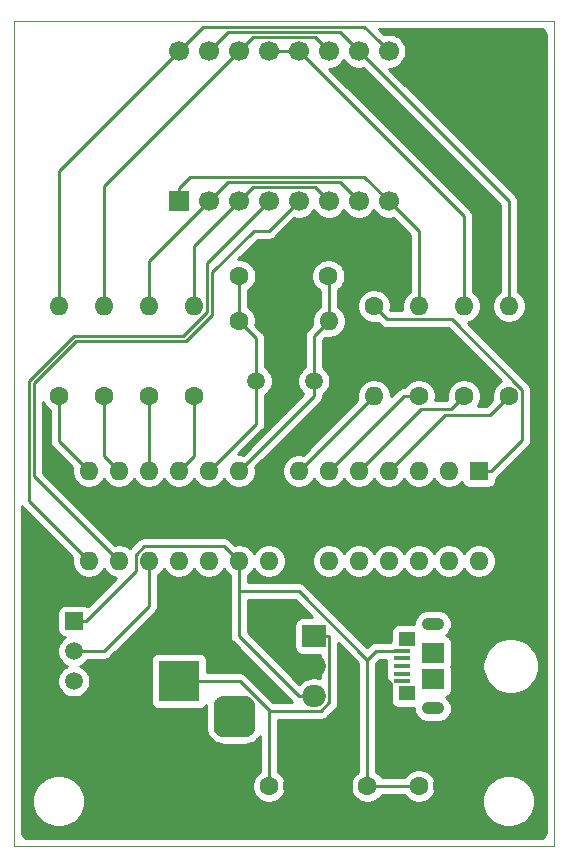
<source format=gbl>
G04 #@! TF.GenerationSoftware,KiCad,Pcbnew,(5.1.5)-3*
G04 #@! TF.CreationDate,2020-01-03T21:25:54+01:00*
G04 #@! TF.ProjectId,DHT_Disp_1,4448545f-4469-4737-905f-312e6b696361,rev?*
G04 #@! TF.SameCoordinates,Original*
G04 #@! TF.FileFunction,Copper,L2,Bot*
G04 #@! TF.FilePolarity,Positive*
%FSLAX46Y46*%
G04 Gerber Fmt 4.6, Leading zero omitted, Abs format (unit mm)*
G04 Created by KiCad (PCBNEW (5.1.5)-3) date 2020-01-03 21:25:54*
%MOMM*%
%LPD*%
G04 APERTURE LIST*
%ADD10C,0.050000*%
%ADD11R,1.450000X1.150000*%
%ADD12O,1.900000X1.050000*%
%ADD13R,1.900000X1.750000*%
%ADD14R,1.400000X0.400000*%
%ADD15C,1.500000*%
%ADD16R,1.600000X1.600000*%
%ADD17O,1.600000X1.600000*%
%ADD18R,2.000000X1.905000*%
%ADD19O,2.000000X1.905000*%
%ADD20R,1.700000X1.700000*%
%ADD21C,1.700000*%
%ADD22R,1.500000X1.500000*%
%ADD23C,1.600000*%
%ADD24R,3.500000X3.500000*%
%ADD25C,0.100000*%
%ADD26C,0.250000*%
%ADD27C,0.254000*%
G04 APERTURE END LIST*
D10*
X114300000Y-68580000D02*
X114300000Y-138430000D01*
X160020000Y-138430000D02*
X114300000Y-138430000D01*
X160020000Y-68580000D02*
X160020000Y-138430000D01*
X114300000Y-68580000D02*
X160020000Y-68580000D01*
D11*
X147560000Y-120870000D03*
X147560000Y-125510000D03*
D12*
X149790000Y-126765000D03*
X149790000Y-119615000D03*
D13*
X149790000Y-122065000D03*
D14*
X147140000Y-123190000D03*
X147140000Y-123840000D03*
X147140000Y-124490000D03*
X147140000Y-121890000D03*
X147140000Y-122540000D03*
D13*
X149790000Y-124315000D03*
D15*
X134820000Y-99060000D03*
X139700000Y-99060000D03*
D16*
X153670000Y-106680000D03*
D17*
X120650000Y-114300000D03*
X151130000Y-106680000D03*
X123190000Y-114300000D03*
X148590000Y-106680000D03*
X125730000Y-114300000D03*
X146050000Y-106680000D03*
X128270000Y-114300000D03*
X143510000Y-106680000D03*
X130810000Y-114300000D03*
X140970000Y-106680000D03*
X133350000Y-114300000D03*
X138430000Y-106680000D03*
X135890000Y-114300000D03*
X135890000Y-106680000D03*
X138430000Y-114300000D03*
X133350000Y-106680000D03*
X140970000Y-114300000D03*
X130810000Y-106680000D03*
X143510000Y-114300000D03*
X128270000Y-106680000D03*
X146050000Y-114300000D03*
X125730000Y-106680000D03*
X148590000Y-114300000D03*
X123190000Y-106680000D03*
X151130000Y-114300000D03*
X120650000Y-106680000D03*
X153670000Y-114300000D03*
D18*
X139700000Y-120650000D03*
D19*
X139700000Y-123190000D03*
X139700000Y-125730000D03*
D20*
X128270000Y-83820000D03*
D21*
X130810000Y-83820000D03*
X133350000Y-83820000D03*
X135890000Y-83820000D03*
X138430000Y-83820000D03*
X140970000Y-83820000D03*
X143510000Y-83820000D03*
X146050000Y-83820000D03*
X146050000Y-71120000D03*
X143510000Y-71120000D03*
X140970000Y-71120000D03*
X138430000Y-71120000D03*
X135890000Y-71120000D03*
X133350000Y-71120000D03*
X130810000Y-71120000D03*
X128270000Y-71120000D03*
D22*
X119380000Y-119380000D03*
D15*
X119380000Y-121920000D03*
X119380000Y-124460000D03*
X119380000Y-127000000D03*
D23*
X138430000Y-90170000D03*
X140930000Y-90170000D03*
X133390000Y-90170000D03*
X135890000Y-90170000D03*
X142240000Y-133350000D03*
X144240000Y-133350000D03*
X135890000Y-133350000D03*
X137890000Y-133350000D03*
X150590000Y-133350000D03*
X148590000Y-133350000D03*
D24*
X128270000Y-124460000D03*
G04 #@! TA.AperFunction,ComponentPad*
D25*
G36*
X129343513Y-128963611D02*
G01*
X129416318Y-128974411D01*
X129487714Y-128992295D01*
X129557013Y-129017090D01*
X129623548Y-129048559D01*
X129686678Y-129086398D01*
X129745795Y-129130242D01*
X129800330Y-129179670D01*
X129849758Y-129234205D01*
X129893602Y-129293322D01*
X129931441Y-129356452D01*
X129962910Y-129422987D01*
X129987705Y-129492286D01*
X130005589Y-129563682D01*
X130016389Y-129636487D01*
X130020000Y-129710000D01*
X130020000Y-131210000D01*
X130016389Y-131283513D01*
X130005589Y-131356318D01*
X129987705Y-131427714D01*
X129962910Y-131497013D01*
X129931441Y-131563548D01*
X129893602Y-131626678D01*
X129849758Y-131685795D01*
X129800330Y-131740330D01*
X129745795Y-131789758D01*
X129686678Y-131833602D01*
X129623548Y-131871441D01*
X129557013Y-131902910D01*
X129487714Y-131927705D01*
X129416318Y-131945589D01*
X129343513Y-131956389D01*
X129270000Y-131960000D01*
X127270000Y-131960000D01*
X127196487Y-131956389D01*
X127123682Y-131945589D01*
X127052286Y-131927705D01*
X126982987Y-131902910D01*
X126916452Y-131871441D01*
X126853322Y-131833602D01*
X126794205Y-131789758D01*
X126739670Y-131740330D01*
X126690242Y-131685795D01*
X126646398Y-131626678D01*
X126608559Y-131563548D01*
X126577090Y-131497013D01*
X126552295Y-131427714D01*
X126534411Y-131356318D01*
X126523611Y-131283513D01*
X126520000Y-131210000D01*
X126520000Y-129710000D01*
X126523611Y-129636487D01*
X126534411Y-129563682D01*
X126552295Y-129492286D01*
X126577090Y-129422987D01*
X126608559Y-129356452D01*
X126646398Y-129293322D01*
X126690242Y-129234205D01*
X126739670Y-129179670D01*
X126794205Y-129130242D01*
X126853322Y-129086398D01*
X126916452Y-129048559D01*
X126982987Y-129017090D01*
X127052286Y-128992295D01*
X127123682Y-128974411D01*
X127196487Y-128963611D01*
X127270000Y-128960000D01*
X129270000Y-128960000D01*
X129343513Y-128963611D01*
G37*
G04 #@! TD.AperFunction*
G04 #@! TA.AperFunction,ComponentPad*
G36*
X133930765Y-125714213D02*
G01*
X134015704Y-125726813D01*
X134098999Y-125747677D01*
X134179848Y-125776605D01*
X134257472Y-125813319D01*
X134331124Y-125857464D01*
X134400094Y-125908616D01*
X134463718Y-125966282D01*
X134521384Y-126029906D01*
X134572536Y-126098876D01*
X134616681Y-126172528D01*
X134653395Y-126250152D01*
X134682323Y-126331001D01*
X134703187Y-126414296D01*
X134715787Y-126499235D01*
X134720000Y-126585000D01*
X134720000Y-128335000D01*
X134715787Y-128420765D01*
X134703187Y-128505704D01*
X134682323Y-128588999D01*
X134653395Y-128669848D01*
X134616681Y-128747472D01*
X134572536Y-128821124D01*
X134521384Y-128890094D01*
X134463718Y-128953718D01*
X134400094Y-129011384D01*
X134331124Y-129062536D01*
X134257472Y-129106681D01*
X134179848Y-129143395D01*
X134098999Y-129172323D01*
X134015704Y-129193187D01*
X133930765Y-129205787D01*
X133845000Y-129210000D01*
X132095000Y-129210000D01*
X132009235Y-129205787D01*
X131924296Y-129193187D01*
X131841001Y-129172323D01*
X131760152Y-129143395D01*
X131682528Y-129106681D01*
X131608876Y-129062536D01*
X131539906Y-129011384D01*
X131476282Y-128953718D01*
X131418616Y-128890094D01*
X131367464Y-128821124D01*
X131323319Y-128747472D01*
X131286605Y-128669848D01*
X131257677Y-128588999D01*
X131236813Y-128505704D01*
X131224213Y-128420765D01*
X131220000Y-128335000D01*
X131220000Y-126585000D01*
X131224213Y-126499235D01*
X131236813Y-126414296D01*
X131257677Y-126331001D01*
X131286605Y-126250152D01*
X131323319Y-126172528D01*
X131367464Y-126098876D01*
X131418616Y-126029906D01*
X131476282Y-125966282D01*
X131539906Y-125908616D01*
X131608876Y-125857464D01*
X131682528Y-125813319D01*
X131760152Y-125776605D01*
X131841001Y-125747677D01*
X131924296Y-125726813D01*
X132009235Y-125714213D01*
X132095000Y-125710000D01*
X133845000Y-125710000D01*
X133930765Y-125714213D01*
G37*
G04 #@! TD.AperFunction*
D23*
X144780000Y-92710000D03*
D17*
X144780000Y-100330000D03*
D23*
X133350000Y-93980000D03*
D17*
X140970000Y-93980000D03*
X156210000Y-92710000D03*
D23*
X156210000Y-100330000D03*
X152400000Y-100330000D03*
D17*
X152400000Y-92710000D03*
X148590000Y-92710000D03*
D23*
X148590000Y-100330000D03*
X129540000Y-100330000D03*
D17*
X129540000Y-92710000D03*
X125730000Y-92710000D03*
D23*
X125730000Y-100330000D03*
X121920000Y-100330000D03*
D17*
X121920000Y-92710000D03*
X118110000Y-92710000D03*
D23*
X118110000Y-100330000D03*
D26*
X144780000Y-100330000D02*
X138430000Y-106680000D01*
X133350000Y-115431370D02*
X133350000Y-114300000D01*
X138450000Y-125730000D02*
X133350000Y-120630000D01*
X139700000Y-125730000D02*
X138450000Y-125730000D01*
X124604999Y-115155001D02*
X124604999Y-113759999D01*
X119380000Y-119380000D02*
X120380000Y-119380000D01*
X124604999Y-113759999D02*
X125334998Y-113030000D01*
X120380000Y-119380000D02*
X124604999Y-115155001D01*
X132080000Y-113030000D02*
X133350000Y-114300000D01*
X125334998Y-113030000D02*
X132080000Y-113030000D01*
X138427502Y-116840000D02*
X133350000Y-116840000D01*
X144240000Y-122652498D02*
X138427502Y-116840000D01*
X144240000Y-133350000D02*
X144240000Y-122652498D01*
X133350000Y-120630000D02*
X133350000Y-116840000D01*
X133350000Y-116840000D02*
X133350000Y-115431370D01*
X145002498Y-121890000D02*
X144240000Y-122652498D01*
X147140000Y-121890000D02*
X145002498Y-121890000D01*
X148590000Y-133350000D02*
X144240000Y-133350000D01*
X133417070Y-124460000D02*
X130270000Y-124460000D01*
X130270000Y-124460000D02*
X128270000Y-124460000D01*
X135964580Y-127007510D02*
X133417070Y-124460000D01*
X140276661Y-127007510D02*
X135964580Y-127007510D01*
X141025010Y-126259161D02*
X140276661Y-127007510D01*
X141025010Y-120725010D02*
X141025010Y-126259161D01*
X140950000Y-120650000D02*
X141025010Y-120725010D01*
X139700000Y-120650000D02*
X140950000Y-120650000D01*
X135890000Y-127082090D02*
X135964580Y-127007510D01*
X135890000Y-133350000D02*
X135890000Y-127082090D01*
X139700000Y-100330000D02*
X133350000Y-106680000D01*
X139700000Y-99060000D02*
X139700000Y-100330000D01*
X139700000Y-95250000D02*
X140970000Y-93980000D01*
X139700000Y-99060000D02*
X139700000Y-95250000D01*
X140970000Y-90210000D02*
X140930000Y-90170000D01*
X140970000Y-93980000D02*
X140970000Y-90210000D01*
X134820000Y-102670000D02*
X130810000Y-106680000D01*
X134820000Y-99060000D02*
X134820000Y-102670000D01*
X134820000Y-95450000D02*
X133350000Y-93980000D01*
X134820000Y-99060000D02*
X134820000Y-95450000D01*
X133390000Y-93940000D02*
X133350000Y-93980000D01*
X133390000Y-90170000D02*
X133390000Y-93940000D01*
X154720000Y-106680000D02*
X153670000Y-106680000D01*
X157335001Y-104064999D02*
X154720000Y-106680000D01*
X157335001Y-99789999D02*
X157335001Y-104064999D01*
X151380003Y-93835001D02*
X157335001Y-99789999D01*
X145905001Y-93835001D02*
X151380003Y-93835001D01*
X144780000Y-92710000D02*
X145905001Y-93835001D01*
X156210000Y-83820000D02*
X143510000Y-71120000D01*
X156210000Y-92710000D02*
X156210000Y-83820000D01*
X142660001Y-70270001D02*
X143510000Y-71120000D01*
X141884990Y-69494990D02*
X142660001Y-70270001D01*
X132435010Y-69494990D02*
X141884990Y-69494990D01*
X130810000Y-71120000D02*
X132435010Y-69494990D01*
X146849999Y-105880001D02*
X146050000Y-106680000D01*
X150824989Y-101905011D02*
X146849999Y-105880001D01*
X154634989Y-101905011D02*
X150824989Y-101905011D01*
X156210000Y-100330000D02*
X154634989Y-101905011D01*
X144309999Y-105880001D02*
X143510000Y-106680000D01*
X151274999Y-101455001D02*
X148734999Y-101455001D01*
X148734999Y-101455001D02*
X144309999Y-105880001D01*
X152400000Y-100330000D02*
X151274999Y-101455001D01*
X152400000Y-85090000D02*
X138430000Y-71120000D01*
X152400000Y-92710000D02*
X152400000Y-85090000D01*
X135890000Y-71120000D02*
X138430000Y-71120000D01*
X148590000Y-86360000D02*
X146050000Y-83820000D01*
X148590000Y-92710000D02*
X148590000Y-86360000D01*
X129245020Y-81744980D02*
X128270000Y-82720000D01*
X143974980Y-81744980D02*
X129245020Y-81744980D01*
X128270000Y-82720000D02*
X128270000Y-83820000D01*
X146050000Y-83820000D02*
X143974980Y-81744980D01*
X147320000Y-100330000D02*
X140970000Y-106680000D01*
X148590000Y-100330000D02*
X147320000Y-100330000D01*
X129540000Y-105410000D02*
X128270000Y-106680000D01*
X129540000Y-100330000D02*
X129540000Y-105410000D01*
X129540000Y-87630000D02*
X133350000Y-83820000D01*
X129540000Y-92710000D02*
X129540000Y-87630000D01*
X134525001Y-82644999D02*
X134199999Y-82970001D01*
X139794999Y-82644999D02*
X134525001Y-82644999D01*
X134199999Y-82970001D02*
X133350000Y-83820000D01*
X140970000Y-83820000D02*
X139794999Y-82644999D01*
X125730000Y-88900000D02*
X130810000Y-83820000D01*
X125730000Y-92710000D02*
X125730000Y-88900000D01*
X131659999Y-82970001D02*
X130810000Y-83820000D01*
X132435011Y-82194989D02*
X131659999Y-82970001D01*
X141884989Y-82194989D02*
X132435011Y-82194989D01*
X143510000Y-83820000D02*
X141884989Y-82194989D01*
X125730000Y-100330000D02*
X125730000Y-106680000D01*
X121920000Y-105410000D02*
X123190000Y-106680000D01*
X121920000Y-100330000D02*
X121920000Y-105410000D01*
X121920000Y-82550000D02*
X133350000Y-71120000D01*
X121920000Y-92710000D02*
X121920000Y-82550000D01*
X139794999Y-69944999D02*
X134525001Y-69944999D01*
X134199999Y-70270001D02*
X133350000Y-71120000D01*
X134525001Y-69944999D02*
X134199999Y-70270001D01*
X140970000Y-71120000D02*
X139794999Y-69944999D01*
X118110000Y-81280000D02*
X128270000Y-71120000D01*
X118110000Y-92710000D02*
X118110000Y-81280000D01*
X145200001Y-70270001D02*
X146050000Y-71120000D01*
X130345019Y-69044981D02*
X143974981Y-69044981D01*
X143974981Y-69044981D02*
X145200001Y-70270001D01*
X128270000Y-71120000D02*
X130345019Y-69044981D01*
X118110000Y-104140000D02*
X120650000Y-106680000D01*
X118110000Y-100330000D02*
X118110000Y-104140000D01*
X130665001Y-93250001D02*
X128665002Y-95250000D01*
X135890000Y-83820000D02*
X130665001Y-89044999D01*
X130665001Y-89044999D02*
X130665001Y-93250001D01*
X119380000Y-95250000D02*
X115570000Y-99060000D01*
X128665002Y-95250000D02*
X119380000Y-95250000D01*
X115570000Y-109220000D02*
X120650000Y-114300000D01*
X115570000Y-99060000D02*
X115570000Y-109220000D01*
X131115010Y-93436402D02*
X131115011Y-89864989D01*
X123190000Y-114300000D02*
X116020010Y-107130010D01*
X116020010Y-99246400D02*
X119566400Y-95700010D01*
X119566400Y-95700010D02*
X128851402Y-95700010D01*
X116020010Y-107130010D02*
X116020010Y-99246400D01*
X128851402Y-95700010D02*
X131115010Y-93436402D01*
X135890000Y-86360000D02*
X134620000Y-86360000D01*
X138430000Y-83820000D02*
X135890000Y-86360000D01*
X131115011Y-89864989D02*
X134620000Y-86360000D01*
X119380000Y-121920000D02*
X121920000Y-121920000D01*
X125730000Y-118110000D02*
X125730000Y-114300000D01*
X121920000Y-121920000D02*
X125730000Y-118110000D01*
D27*
G36*
X158867869Y-69254722D02*
G01*
X158981246Y-69288953D01*
X159085819Y-69344555D01*
X159177596Y-69419407D01*
X159253091Y-69510664D01*
X159309419Y-69614844D01*
X159344440Y-69727976D01*
X159360000Y-69876022D01*
X159360001Y-137127711D01*
X159345278Y-137277869D01*
X159311047Y-137391246D01*
X159255446Y-137495817D01*
X159180594Y-137587595D01*
X159089335Y-137663091D01*
X158985160Y-137719419D01*
X158872024Y-137754440D01*
X158723979Y-137770000D01*
X115602279Y-137770000D01*
X115452131Y-137755278D01*
X115338754Y-137721047D01*
X115234183Y-137665446D01*
X115142405Y-137590594D01*
X115066909Y-137499335D01*
X115010581Y-137395160D01*
X114975560Y-137282024D01*
X114960000Y-137133979D01*
X114960000Y-134399872D01*
X115875000Y-134399872D01*
X115875000Y-134840128D01*
X115960890Y-135271925D01*
X116129369Y-135678669D01*
X116373962Y-136044729D01*
X116685271Y-136356038D01*
X117051331Y-136600631D01*
X117458075Y-136769110D01*
X117889872Y-136855000D01*
X118330128Y-136855000D01*
X118761925Y-136769110D01*
X119168669Y-136600631D01*
X119534729Y-136356038D01*
X119846038Y-136044729D01*
X120090631Y-135678669D01*
X120259110Y-135271925D01*
X120345000Y-134840128D01*
X120345000Y-134399872D01*
X120259110Y-133968075D01*
X120090631Y-133561331D01*
X119846038Y-133195271D01*
X119534729Y-132883962D01*
X119168669Y-132639369D01*
X118761925Y-132470890D01*
X118330128Y-132385000D01*
X117889872Y-132385000D01*
X117458075Y-132470890D01*
X117051331Y-132639369D01*
X116685271Y-132883962D01*
X116373962Y-133195271D01*
X116129369Y-133561331D01*
X115960890Y-133968075D01*
X115875000Y-134399872D01*
X114960000Y-134399872D01*
X114960000Y-109674707D01*
X115006201Y-109731002D01*
X115030000Y-109760001D01*
X115058998Y-109783799D01*
X119251312Y-113976114D01*
X119215000Y-114158665D01*
X119215000Y-114441335D01*
X119270147Y-114718574D01*
X119378320Y-114979727D01*
X119535363Y-115214759D01*
X119735241Y-115414637D01*
X119970273Y-115571680D01*
X120231426Y-115679853D01*
X120508665Y-115735000D01*
X120791335Y-115735000D01*
X121068574Y-115679853D01*
X121329727Y-115571680D01*
X121564759Y-115414637D01*
X121764637Y-115214759D01*
X121920000Y-114982241D01*
X122075363Y-115214759D01*
X122275241Y-115414637D01*
X122510273Y-115571680D01*
X122771426Y-115679853D01*
X122966535Y-115718663D01*
X120540101Y-118145098D01*
X120484494Y-118099463D01*
X120374180Y-118040498D01*
X120254482Y-118004188D01*
X120130000Y-117991928D01*
X118630000Y-117991928D01*
X118505518Y-118004188D01*
X118385820Y-118040498D01*
X118275506Y-118099463D01*
X118178815Y-118178815D01*
X118099463Y-118275506D01*
X118040498Y-118385820D01*
X118004188Y-118505518D01*
X117991928Y-118630000D01*
X117991928Y-120130000D01*
X118004188Y-120254482D01*
X118040498Y-120374180D01*
X118099463Y-120484494D01*
X118178815Y-120581185D01*
X118275506Y-120660537D01*
X118385820Y-120719502D01*
X118505518Y-120755812D01*
X118613483Y-120766445D01*
X118497114Y-120844201D01*
X118304201Y-121037114D01*
X118152629Y-121263957D01*
X118048225Y-121516011D01*
X117995000Y-121783589D01*
X117995000Y-122056411D01*
X118048225Y-122323989D01*
X118152629Y-122576043D01*
X118304201Y-122802886D01*
X118497114Y-122995799D01*
X118723957Y-123147371D01*
X118826873Y-123190000D01*
X118723957Y-123232629D01*
X118497114Y-123384201D01*
X118304201Y-123577114D01*
X118152629Y-123803957D01*
X118048225Y-124056011D01*
X117995000Y-124323589D01*
X117995000Y-124596411D01*
X118048225Y-124863989D01*
X118152629Y-125116043D01*
X118304201Y-125342886D01*
X118497114Y-125535799D01*
X118723957Y-125687371D01*
X118976011Y-125791775D01*
X119243589Y-125845000D01*
X119516411Y-125845000D01*
X119783989Y-125791775D01*
X120036043Y-125687371D01*
X120262886Y-125535799D01*
X120455799Y-125342886D01*
X120607371Y-125116043D01*
X120711775Y-124863989D01*
X120765000Y-124596411D01*
X120765000Y-124323589D01*
X120711775Y-124056011D01*
X120607371Y-123803957D01*
X120455799Y-123577114D01*
X120262886Y-123384201D01*
X120036043Y-123232629D01*
X119933127Y-123190000D01*
X120036043Y-123147371D01*
X120262886Y-122995799D01*
X120455799Y-122802886D01*
X120537909Y-122680000D01*
X121882678Y-122680000D01*
X121920000Y-122683676D01*
X121957322Y-122680000D01*
X121957333Y-122680000D01*
X122068986Y-122669003D01*
X122212247Y-122625546D01*
X122344276Y-122554974D01*
X122460001Y-122460001D01*
X122483804Y-122430997D01*
X126241004Y-118673798D01*
X126270001Y-118650001D01*
X126364974Y-118534276D01*
X126435546Y-118402247D01*
X126479003Y-118258986D01*
X126490000Y-118147333D01*
X126490000Y-118147325D01*
X126493676Y-118110000D01*
X126490000Y-118072675D01*
X126490000Y-115518043D01*
X126644759Y-115414637D01*
X126844637Y-115214759D01*
X127000000Y-114982241D01*
X127155363Y-115214759D01*
X127355241Y-115414637D01*
X127590273Y-115571680D01*
X127851426Y-115679853D01*
X128128665Y-115735000D01*
X128411335Y-115735000D01*
X128688574Y-115679853D01*
X128949727Y-115571680D01*
X129184759Y-115414637D01*
X129384637Y-115214759D01*
X129540000Y-114982241D01*
X129695363Y-115214759D01*
X129895241Y-115414637D01*
X130130273Y-115571680D01*
X130391426Y-115679853D01*
X130668665Y-115735000D01*
X130951335Y-115735000D01*
X131228574Y-115679853D01*
X131489727Y-115571680D01*
X131724759Y-115414637D01*
X131924637Y-115214759D01*
X132080000Y-114982241D01*
X132235363Y-115214759D01*
X132435241Y-115414637D01*
X132590001Y-115518044D01*
X132590000Y-116802667D01*
X132586323Y-116840000D01*
X132590001Y-116877343D01*
X132590000Y-120592677D01*
X132586324Y-120630000D01*
X132590000Y-120667322D01*
X132590000Y-120667332D01*
X132600997Y-120778985D01*
X132636691Y-120896654D01*
X132644454Y-120922246D01*
X132715026Y-121054276D01*
X132731440Y-121074276D01*
X132809999Y-121170001D01*
X132839003Y-121193804D01*
X137886201Y-126241003D01*
X137891541Y-126247510D01*
X136279382Y-126247510D01*
X133980874Y-123949003D01*
X133957071Y-123919999D01*
X133841346Y-123825026D01*
X133709317Y-123754454D01*
X133566056Y-123710997D01*
X133454403Y-123700000D01*
X133454392Y-123700000D01*
X133417070Y-123696324D01*
X133379748Y-123700000D01*
X130658072Y-123700000D01*
X130658072Y-122710000D01*
X130645812Y-122585518D01*
X130609502Y-122465820D01*
X130550537Y-122355506D01*
X130471185Y-122258815D01*
X130374494Y-122179463D01*
X130264180Y-122120498D01*
X130144482Y-122084188D01*
X130020000Y-122071928D01*
X126520000Y-122071928D01*
X126395518Y-122084188D01*
X126275820Y-122120498D01*
X126165506Y-122179463D01*
X126068815Y-122258815D01*
X125989463Y-122355506D01*
X125930498Y-122465820D01*
X125894188Y-122585518D01*
X125881928Y-122710000D01*
X125881928Y-126210000D01*
X125894188Y-126334482D01*
X125930498Y-126454180D01*
X125989463Y-126564494D01*
X126068815Y-126661185D01*
X126165506Y-126740537D01*
X126275820Y-126799502D01*
X126395518Y-126835812D01*
X126520000Y-126848072D01*
X130020000Y-126848072D01*
X130144482Y-126835812D01*
X130264180Y-126799502D01*
X130374494Y-126740537D01*
X130471185Y-126661185D01*
X130550537Y-126564494D01*
X130591494Y-126487869D01*
X130581928Y-126585000D01*
X130581928Y-128335000D01*
X130611001Y-128630186D01*
X130697104Y-128914028D01*
X130836927Y-129175618D01*
X131025097Y-129404903D01*
X131254382Y-129593073D01*
X131515972Y-129732896D01*
X131799814Y-129818999D01*
X132095000Y-129848072D01*
X133845000Y-129848072D01*
X134140186Y-129818999D01*
X134424028Y-129732896D01*
X134685618Y-129593073D01*
X134914903Y-129404903D01*
X135103073Y-129175618D01*
X135130001Y-129125240D01*
X135130000Y-132131956D01*
X134975241Y-132235363D01*
X134775363Y-132435241D01*
X134618320Y-132670273D01*
X134510147Y-132931426D01*
X134455000Y-133208665D01*
X134455000Y-133491335D01*
X134510147Y-133768574D01*
X134618320Y-134029727D01*
X134775363Y-134264759D01*
X134975241Y-134464637D01*
X135210273Y-134621680D01*
X135471426Y-134729853D01*
X135748665Y-134785000D01*
X136031335Y-134785000D01*
X136308574Y-134729853D01*
X136569727Y-134621680D01*
X136804759Y-134464637D01*
X137004637Y-134264759D01*
X137161680Y-134029727D01*
X137269853Y-133768574D01*
X137325000Y-133491335D01*
X137325000Y-133208665D01*
X137269853Y-132931426D01*
X137161680Y-132670273D01*
X137004637Y-132435241D01*
X136804759Y-132235363D01*
X136650000Y-132131957D01*
X136650000Y-127767510D01*
X140239339Y-127767510D01*
X140276661Y-127771186D01*
X140313983Y-127767510D01*
X140313994Y-127767510D01*
X140425647Y-127756513D01*
X140568908Y-127713056D01*
X140700937Y-127642484D01*
X140816662Y-127547511D01*
X140840464Y-127518508D01*
X141536012Y-126822960D01*
X141565011Y-126799162D01*
X141659984Y-126683437D01*
X141730556Y-126551408D01*
X141774013Y-126408147D01*
X141785010Y-126296494D01*
X141785010Y-126296485D01*
X141788686Y-126259162D01*
X141785010Y-126221839D01*
X141785010Y-121272310D01*
X143480001Y-122967301D01*
X143480000Y-132131957D01*
X143325241Y-132235363D01*
X143125363Y-132435241D01*
X142968320Y-132670273D01*
X142860147Y-132931426D01*
X142805000Y-133208665D01*
X142805000Y-133491335D01*
X142860147Y-133768574D01*
X142968320Y-134029727D01*
X143125363Y-134264759D01*
X143325241Y-134464637D01*
X143560273Y-134621680D01*
X143821426Y-134729853D01*
X144098665Y-134785000D01*
X144381335Y-134785000D01*
X144658574Y-134729853D01*
X144919727Y-134621680D01*
X145154759Y-134464637D01*
X145354637Y-134264759D01*
X145458043Y-134110000D01*
X147371957Y-134110000D01*
X147475363Y-134264759D01*
X147675241Y-134464637D01*
X147910273Y-134621680D01*
X148171426Y-134729853D01*
X148448665Y-134785000D01*
X148731335Y-134785000D01*
X149008574Y-134729853D01*
X149269727Y-134621680D01*
X149504759Y-134464637D01*
X149569524Y-134399872D01*
X153975000Y-134399872D01*
X153975000Y-134840128D01*
X154060890Y-135271925D01*
X154229369Y-135678669D01*
X154473962Y-136044729D01*
X154785271Y-136356038D01*
X155151331Y-136600631D01*
X155558075Y-136769110D01*
X155989872Y-136855000D01*
X156430128Y-136855000D01*
X156861925Y-136769110D01*
X157268669Y-136600631D01*
X157634729Y-136356038D01*
X157946038Y-136044729D01*
X158190631Y-135678669D01*
X158359110Y-135271925D01*
X158445000Y-134840128D01*
X158445000Y-134399872D01*
X158359110Y-133968075D01*
X158190631Y-133561331D01*
X157946038Y-133195271D01*
X157634729Y-132883962D01*
X157268669Y-132639369D01*
X156861925Y-132470890D01*
X156430128Y-132385000D01*
X155989872Y-132385000D01*
X155558075Y-132470890D01*
X155151331Y-132639369D01*
X154785271Y-132883962D01*
X154473962Y-133195271D01*
X154229369Y-133561331D01*
X154060890Y-133968075D01*
X153975000Y-134399872D01*
X149569524Y-134399872D01*
X149704637Y-134264759D01*
X149861680Y-134029727D01*
X149969853Y-133768574D01*
X150025000Y-133491335D01*
X150025000Y-133208665D01*
X149969853Y-132931426D01*
X149861680Y-132670273D01*
X149704637Y-132435241D01*
X149504759Y-132235363D01*
X149269727Y-132078320D01*
X149008574Y-131970147D01*
X148731335Y-131915000D01*
X148448665Y-131915000D01*
X148171426Y-131970147D01*
X147910273Y-132078320D01*
X147675241Y-132235363D01*
X147475363Y-132435241D01*
X147371957Y-132590000D01*
X145458043Y-132590000D01*
X145354637Y-132435241D01*
X145154759Y-132235363D01*
X145000000Y-132131957D01*
X145000000Y-122967299D01*
X145317300Y-122650000D01*
X145801928Y-122650000D01*
X145801928Y-122740000D01*
X145814188Y-122864482D01*
X145814345Y-122865000D01*
X145814188Y-122865518D01*
X145801928Y-122990000D01*
X145801928Y-123390000D01*
X145814188Y-123514482D01*
X145814345Y-123515000D01*
X145814188Y-123515518D01*
X145801928Y-123640000D01*
X145801928Y-124040000D01*
X145814188Y-124164482D01*
X145850498Y-124284180D01*
X145909463Y-124394494D01*
X145988815Y-124491185D01*
X146085506Y-124570537D01*
X146195820Y-124629502D01*
X146266770Y-124651024D01*
X146245498Y-124690820D01*
X146209188Y-124810518D01*
X146196928Y-124935000D01*
X146196928Y-126085000D01*
X146209188Y-126209482D01*
X146245498Y-126329180D01*
X146304463Y-126439494D01*
X146383815Y-126536185D01*
X146480506Y-126615537D01*
X146590820Y-126674502D01*
X146710518Y-126710812D01*
X146835000Y-126723072D01*
X148203518Y-126723072D01*
X148199388Y-126765000D01*
X148221785Y-126992400D01*
X148288115Y-127211060D01*
X148395829Y-127412579D01*
X148540788Y-127589212D01*
X148717421Y-127734171D01*
X148918940Y-127841885D01*
X149137600Y-127908215D01*
X149308021Y-127925000D01*
X150271979Y-127925000D01*
X150442400Y-127908215D01*
X150661060Y-127841885D01*
X150862579Y-127734171D01*
X151039212Y-127589212D01*
X151184171Y-127412579D01*
X151291885Y-127211060D01*
X151358215Y-126992400D01*
X151380612Y-126765000D01*
X151358215Y-126537600D01*
X151291885Y-126318940D01*
X151184171Y-126117421D01*
X151039212Y-125940788D01*
X150880871Y-125810841D01*
X150984180Y-125779502D01*
X151094494Y-125720537D01*
X151191185Y-125641185D01*
X151270537Y-125544494D01*
X151329502Y-125434180D01*
X151365812Y-125314482D01*
X151378072Y-125190000D01*
X151378072Y-123440000D01*
X151365812Y-123315518D01*
X151329502Y-123195820D01*
X151326391Y-123190000D01*
X151329502Y-123184180D01*
X151365812Y-123064482D01*
X151376585Y-122955098D01*
X153975000Y-122955098D01*
X153975000Y-123424902D01*
X154066654Y-123885679D01*
X154246440Y-124319721D01*
X154507450Y-124710349D01*
X154839651Y-125042550D01*
X155230279Y-125303560D01*
X155664321Y-125483346D01*
X156125098Y-125575000D01*
X156594902Y-125575000D01*
X157055679Y-125483346D01*
X157489721Y-125303560D01*
X157880349Y-125042550D01*
X158212550Y-124710349D01*
X158473560Y-124319721D01*
X158653346Y-123885679D01*
X158745000Y-123424902D01*
X158745000Y-122955098D01*
X158653346Y-122494321D01*
X158473560Y-122060279D01*
X158212550Y-121669651D01*
X157880349Y-121337450D01*
X157489721Y-121076440D01*
X157055679Y-120896654D01*
X156594902Y-120805000D01*
X156125098Y-120805000D01*
X155664321Y-120896654D01*
X155230279Y-121076440D01*
X154839651Y-121337450D01*
X154507450Y-121669651D01*
X154246440Y-122060279D01*
X154066654Y-122494321D01*
X153975000Y-122955098D01*
X151376585Y-122955098D01*
X151378072Y-122940000D01*
X151378072Y-121190000D01*
X151365812Y-121065518D01*
X151329502Y-120945820D01*
X151270537Y-120835506D01*
X151191185Y-120738815D01*
X151094494Y-120659463D01*
X150984180Y-120600498D01*
X150880871Y-120569159D01*
X151039212Y-120439212D01*
X151184171Y-120262579D01*
X151291885Y-120061060D01*
X151358215Y-119842400D01*
X151380612Y-119615000D01*
X151358215Y-119387600D01*
X151291885Y-119168940D01*
X151184171Y-118967421D01*
X151039212Y-118790788D01*
X150862579Y-118645829D01*
X150661060Y-118538115D01*
X150442400Y-118471785D01*
X150271979Y-118455000D01*
X149308021Y-118455000D01*
X149137600Y-118471785D01*
X148918940Y-118538115D01*
X148717421Y-118645829D01*
X148540788Y-118790788D01*
X148395829Y-118967421D01*
X148288115Y-119168940D01*
X148221785Y-119387600D01*
X148199388Y-119615000D01*
X148203518Y-119656928D01*
X146835000Y-119656928D01*
X146710518Y-119669188D01*
X146590820Y-119705498D01*
X146480506Y-119764463D01*
X146383815Y-119843815D01*
X146304463Y-119940506D01*
X146245498Y-120050820D01*
X146209188Y-120170518D01*
X146196928Y-120295000D01*
X146196928Y-121100162D01*
X146195820Y-121100498D01*
X146140627Y-121130000D01*
X145039820Y-121130000D01*
X145002497Y-121126324D01*
X144965175Y-121130000D01*
X144965165Y-121130000D01*
X144853512Y-121140997D01*
X144710251Y-121184454D01*
X144578221Y-121255026D01*
X144537057Y-121288809D01*
X144462497Y-121349999D01*
X144438699Y-121378998D01*
X144240000Y-121577696D01*
X138991306Y-116329003D01*
X138967503Y-116299999D01*
X138851778Y-116205026D01*
X138719749Y-116134454D01*
X138576488Y-116090997D01*
X138464835Y-116080000D01*
X138464824Y-116080000D01*
X138427502Y-116076324D01*
X138390180Y-116080000D01*
X134110000Y-116080000D01*
X134110000Y-115518043D01*
X134264759Y-115414637D01*
X134464637Y-115214759D01*
X134620000Y-114982241D01*
X134775363Y-115214759D01*
X134975241Y-115414637D01*
X135210273Y-115571680D01*
X135471426Y-115679853D01*
X135748665Y-115735000D01*
X136031335Y-115735000D01*
X136308574Y-115679853D01*
X136569727Y-115571680D01*
X136804759Y-115414637D01*
X137004637Y-115214759D01*
X137161680Y-114979727D01*
X137269853Y-114718574D01*
X137325000Y-114441335D01*
X137325000Y-114158665D01*
X139535000Y-114158665D01*
X139535000Y-114441335D01*
X139590147Y-114718574D01*
X139698320Y-114979727D01*
X139855363Y-115214759D01*
X140055241Y-115414637D01*
X140290273Y-115571680D01*
X140551426Y-115679853D01*
X140828665Y-115735000D01*
X141111335Y-115735000D01*
X141388574Y-115679853D01*
X141649727Y-115571680D01*
X141884759Y-115414637D01*
X142084637Y-115214759D01*
X142240000Y-114982241D01*
X142395363Y-115214759D01*
X142595241Y-115414637D01*
X142830273Y-115571680D01*
X143091426Y-115679853D01*
X143368665Y-115735000D01*
X143651335Y-115735000D01*
X143928574Y-115679853D01*
X144189727Y-115571680D01*
X144424759Y-115414637D01*
X144624637Y-115214759D01*
X144780000Y-114982241D01*
X144935363Y-115214759D01*
X145135241Y-115414637D01*
X145370273Y-115571680D01*
X145631426Y-115679853D01*
X145908665Y-115735000D01*
X146191335Y-115735000D01*
X146468574Y-115679853D01*
X146729727Y-115571680D01*
X146964759Y-115414637D01*
X147164637Y-115214759D01*
X147320000Y-114982241D01*
X147475363Y-115214759D01*
X147675241Y-115414637D01*
X147910273Y-115571680D01*
X148171426Y-115679853D01*
X148448665Y-115735000D01*
X148731335Y-115735000D01*
X149008574Y-115679853D01*
X149269727Y-115571680D01*
X149504759Y-115414637D01*
X149704637Y-115214759D01*
X149860000Y-114982241D01*
X150015363Y-115214759D01*
X150215241Y-115414637D01*
X150450273Y-115571680D01*
X150711426Y-115679853D01*
X150988665Y-115735000D01*
X151271335Y-115735000D01*
X151548574Y-115679853D01*
X151809727Y-115571680D01*
X152044759Y-115414637D01*
X152244637Y-115214759D01*
X152400000Y-114982241D01*
X152555363Y-115214759D01*
X152755241Y-115414637D01*
X152990273Y-115571680D01*
X153251426Y-115679853D01*
X153528665Y-115735000D01*
X153811335Y-115735000D01*
X154088574Y-115679853D01*
X154349727Y-115571680D01*
X154584759Y-115414637D01*
X154784637Y-115214759D01*
X154941680Y-114979727D01*
X155049853Y-114718574D01*
X155105000Y-114441335D01*
X155105000Y-114158665D01*
X155049853Y-113881426D01*
X154941680Y-113620273D01*
X154784637Y-113385241D01*
X154584759Y-113185363D01*
X154349727Y-113028320D01*
X154088574Y-112920147D01*
X153811335Y-112865000D01*
X153528665Y-112865000D01*
X153251426Y-112920147D01*
X152990273Y-113028320D01*
X152755241Y-113185363D01*
X152555363Y-113385241D01*
X152400000Y-113617759D01*
X152244637Y-113385241D01*
X152044759Y-113185363D01*
X151809727Y-113028320D01*
X151548574Y-112920147D01*
X151271335Y-112865000D01*
X150988665Y-112865000D01*
X150711426Y-112920147D01*
X150450273Y-113028320D01*
X150215241Y-113185363D01*
X150015363Y-113385241D01*
X149860000Y-113617759D01*
X149704637Y-113385241D01*
X149504759Y-113185363D01*
X149269727Y-113028320D01*
X149008574Y-112920147D01*
X148731335Y-112865000D01*
X148448665Y-112865000D01*
X148171426Y-112920147D01*
X147910273Y-113028320D01*
X147675241Y-113185363D01*
X147475363Y-113385241D01*
X147320000Y-113617759D01*
X147164637Y-113385241D01*
X146964759Y-113185363D01*
X146729727Y-113028320D01*
X146468574Y-112920147D01*
X146191335Y-112865000D01*
X145908665Y-112865000D01*
X145631426Y-112920147D01*
X145370273Y-113028320D01*
X145135241Y-113185363D01*
X144935363Y-113385241D01*
X144780000Y-113617759D01*
X144624637Y-113385241D01*
X144424759Y-113185363D01*
X144189727Y-113028320D01*
X143928574Y-112920147D01*
X143651335Y-112865000D01*
X143368665Y-112865000D01*
X143091426Y-112920147D01*
X142830273Y-113028320D01*
X142595241Y-113185363D01*
X142395363Y-113385241D01*
X142240000Y-113617759D01*
X142084637Y-113385241D01*
X141884759Y-113185363D01*
X141649727Y-113028320D01*
X141388574Y-112920147D01*
X141111335Y-112865000D01*
X140828665Y-112865000D01*
X140551426Y-112920147D01*
X140290273Y-113028320D01*
X140055241Y-113185363D01*
X139855363Y-113385241D01*
X139698320Y-113620273D01*
X139590147Y-113881426D01*
X139535000Y-114158665D01*
X137325000Y-114158665D01*
X137269853Y-113881426D01*
X137161680Y-113620273D01*
X137004637Y-113385241D01*
X136804759Y-113185363D01*
X136569727Y-113028320D01*
X136308574Y-112920147D01*
X136031335Y-112865000D01*
X135748665Y-112865000D01*
X135471426Y-112920147D01*
X135210273Y-113028320D01*
X134975241Y-113185363D01*
X134775363Y-113385241D01*
X134620000Y-113617759D01*
X134464637Y-113385241D01*
X134264759Y-113185363D01*
X134029727Y-113028320D01*
X133768574Y-112920147D01*
X133491335Y-112865000D01*
X133208665Y-112865000D01*
X133026114Y-112901312D01*
X132643804Y-112519003D01*
X132620001Y-112489999D01*
X132504276Y-112395026D01*
X132372247Y-112324454D01*
X132228986Y-112280997D01*
X132117333Y-112270000D01*
X132117322Y-112270000D01*
X132080000Y-112266324D01*
X132042678Y-112270000D01*
X125372320Y-112270000D01*
X125334997Y-112266324D01*
X125297674Y-112270000D01*
X125297665Y-112270000D01*
X125186012Y-112280997D01*
X125042751Y-112324454D01*
X124910722Y-112395026D01*
X124910720Y-112395027D01*
X124910721Y-112395027D01*
X124823994Y-112466201D01*
X124823990Y-112466205D01*
X124794997Y-112489999D01*
X124771203Y-112518992D01*
X124104796Y-113185400D01*
X124104759Y-113185363D01*
X123869727Y-113028320D01*
X123608574Y-112920147D01*
X123331335Y-112865000D01*
X123048665Y-112865000D01*
X122866114Y-112901312D01*
X116780010Y-106815209D01*
X116780010Y-100868954D01*
X116838320Y-101009727D01*
X116995363Y-101244759D01*
X117195241Y-101444637D01*
X117350000Y-101548044D01*
X117350001Y-104102668D01*
X117346324Y-104140000D01*
X117360998Y-104288985D01*
X117404454Y-104432246D01*
X117475026Y-104564276D01*
X117508448Y-104605000D01*
X117570000Y-104680001D01*
X117598998Y-104703799D01*
X119251312Y-106356114D01*
X119215000Y-106538665D01*
X119215000Y-106821335D01*
X119270147Y-107098574D01*
X119378320Y-107359727D01*
X119535363Y-107594759D01*
X119735241Y-107794637D01*
X119970273Y-107951680D01*
X120231426Y-108059853D01*
X120508665Y-108115000D01*
X120791335Y-108115000D01*
X121068574Y-108059853D01*
X121329727Y-107951680D01*
X121564759Y-107794637D01*
X121764637Y-107594759D01*
X121920000Y-107362241D01*
X122075363Y-107594759D01*
X122275241Y-107794637D01*
X122510273Y-107951680D01*
X122771426Y-108059853D01*
X123048665Y-108115000D01*
X123331335Y-108115000D01*
X123608574Y-108059853D01*
X123869727Y-107951680D01*
X124104759Y-107794637D01*
X124304637Y-107594759D01*
X124460000Y-107362241D01*
X124615363Y-107594759D01*
X124815241Y-107794637D01*
X125050273Y-107951680D01*
X125311426Y-108059853D01*
X125588665Y-108115000D01*
X125871335Y-108115000D01*
X126148574Y-108059853D01*
X126409727Y-107951680D01*
X126644759Y-107794637D01*
X126844637Y-107594759D01*
X127000000Y-107362241D01*
X127155363Y-107594759D01*
X127355241Y-107794637D01*
X127590273Y-107951680D01*
X127851426Y-108059853D01*
X128128665Y-108115000D01*
X128411335Y-108115000D01*
X128688574Y-108059853D01*
X128949727Y-107951680D01*
X129184759Y-107794637D01*
X129384637Y-107594759D01*
X129540000Y-107362241D01*
X129695363Y-107594759D01*
X129895241Y-107794637D01*
X130130273Y-107951680D01*
X130391426Y-108059853D01*
X130668665Y-108115000D01*
X130951335Y-108115000D01*
X131228574Y-108059853D01*
X131489727Y-107951680D01*
X131724759Y-107794637D01*
X131924637Y-107594759D01*
X132080000Y-107362241D01*
X132235363Y-107594759D01*
X132435241Y-107794637D01*
X132670273Y-107951680D01*
X132931426Y-108059853D01*
X133208665Y-108115000D01*
X133491335Y-108115000D01*
X133768574Y-108059853D01*
X134029727Y-107951680D01*
X134264759Y-107794637D01*
X134464637Y-107594759D01*
X134621680Y-107359727D01*
X134729853Y-107098574D01*
X134785000Y-106821335D01*
X134785000Y-106538665D01*
X134748688Y-106356113D01*
X140211003Y-100893799D01*
X140240001Y-100870001D01*
X140281014Y-100820027D01*
X140334974Y-100754277D01*
X140405546Y-100622247D01*
X140449003Y-100478986D01*
X140460000Y-100367333D01*
X140460000Y-100367324D01*
X140463676Y-100330001D01*
X140460000Y-100292678D01*
X140460000Y-100217909D01*
X140582886Y-100135799D01*
X140775799Y-99942886D01*
X140927371Y-99716043D01*
X141031775Y-99463989D01*
X141085000Y-99196411D01*
X141085000Y-98923589D01*
X141031775Y-98656011D01*
X140927371Y-98403957D01*
X140775799Y-98177114D01*
X140582886Y-97984201D01*
X140460000Y-97902091D01*
X140460000Y-95564801D01*
X140646114Y-95378688D01*
X140828665Y-95415000D01*
X141111335Y-95415000D01*
X141388574Y-95359853D01*
X141649727Y-95251680D01*
X141884759Y-95094637D01*
X142084637Y-94894759D01*
X142241680Y-94659727D01*
X142349853Y-94398574D01*
X142405000Y-94121335D01*
X142405000Y-93838665D01*
X142349853Y-93561426D01*
X142241680Y-93300273D01*
X142084637Y-93065241D01*
X141884759Y-92865363D01*
X141730000Y-92761957D01*
X141730000Y-91361316D01*
X141844759Y-91284637D01*
X142044637Y-91084759D01*
X142201680Y-90849727D01*
X142309853Y-90588574D01*
X142365000Y-90311335D01*
X142365000Y-90028665D01*
X142309853Y-89751426D01*
X142201680Y-89490273D01*
X142044637Y-89255241D01*
X141844759Y-89055363D01*
X141609727Y-88898320D01*
X141348574Y-88790147D01*
X141071335Y-88735000D01*
X140788665Y-88735000D01*
X140511426Y-88790147D01*
X140250273Y-88898320D01*
X140015241Y-89055363D01*
X139815363Y-89255241D01*
X139658320Y-89490273D01*
X139550147Y-89751426D01*
X139495000Y-90028665D01*
X139495000Y-90311335D01*
X139550147Y-90588574D01*
X139658320Y-90849727D01*
X139815363Y-91084759D01*
X140015241Y-91284637D01*
X140210001Y-91414771D01*
X140210000Y-92761956D01*
X140055241Y-92865363D01*
X139855363Y-93065241D01*
X139698320Y-93300273D01*
X139590147Y-93561426D01*
X139535000Y-93838665D01*
X139535000Y-94121335D01*
X139571312Y-94303886D01*
X139188998Y-94686201D01*
X139160000Y-94709999D01*
X139136202Y-94738997D01*
X139136201Y-94738998D01*
X139065026Y-94825724D01*
X138994454Y-94957754D01*
X138964180Y-95057558D01*
X138952933Y-95094637D01*
X138950998Y-95101015D01*
X138936324Y-95250000D01*
X138940001Y-95287332D01*
X138940000Y-97902091D01*
X138817114Y-97984201D01*
X138624201Y-98177114D01*
X138472629Y-98403957D01*
X138368225Y-98656011D01*
X138315000Y-98923589D01*
X138315000Y-99196411D01*
X138368225Y-99463989D01*
X138472629Y-99716043D01*
X138624201Y-99942886D01*
X138817114Y-100135799D01*
X138818484Y-100136714D01*
X133673887Y-105281312D01*
X133491335Y-105245000D01*
X133319802Y-105245000D01*
X135331008Y-103233795D01*
X135360001Y-103210001D01*
X135383795Y-103181008D01*
X135383799Y-103181004D01*
X135454973Y-103094277D01*
X135454974Y-103094276D01*
X135525546Y-102962247D01*
X135569003Y-102818986D01*
X135580000Y-102707333D01*
X135580000Y-102707324D01*
X135583676Y-102670001D01*
X135580000Y-102632678D01*
X135580000Y-100217909D01*
X135702886Y-100135799D01*
X135895799Y-99942886D01*
X136047371Y-99716043D01*
X136151775Y-99463989D01*
X136205000Y-99196411D01*
X136205000Y-98923589D01*
X136151775Y-98656011D01*
X136047371Y-98403957D01*
X135895799Y-98177114D01*
X135702886Y-97984201D01*
X135580000Y-97902091D01*
X135580000Y-95487323D01*
X135583676Y-95450000D01*
X135580000Y-95412677D01*
X135580000Y-95412667D01*
X135569003Y-95301014D01*
X135525546Y-95157753D01*
X135514031Y-95136211D01*
X135454974Y-95025723D01*
X135383799Y-94938997D01*
X135360001Y-94909999D01*
X135331003Y-94886201D01*
X134748688Y-94303886D01*
X134785000Y-94121335D01*
X134785000Y-93838665D01*
X134729853Y-93561426D01*
X134621680Y-93300273D01*
X134464637Y-93065241D01*
X134264759Y-92865363D01*
X134150000Y-92788684D01*
X134150000Y-91388043D01*
X134304759Y-91284637D01*
X134504637Y-91084759D01*
X134661680Y-90849727D01*
X134769853Y-90588574D01*
X134825000Y-90311335D01*
X134825000Y-90028665D01*
X134769853Y-89751426D01*
X134661680Y-89490273D01*
X134504637Y-89255241D01*
X134304759Y-89055363D01*
X134069727Y-88898320D01*
X133808574Y-88790147D01*
X133531335Y-88735000D01*
X133319801Y-88735000D01*
X134934802Y-87120000D01*
X135852678Y-87120000D01*
X135890000Y-87123676D01*
X135927322Y-87120000D01*
X135927333Y-87120000D01*
X136038986Y-87109003D01*
X136182247Y-87065546D01*
X136314276Y-86994974D01*
X136430001Y-86900001D01*
X136453804Y-86870997D01*
X138063593Y-85261210D01*
X138283740Y-85305000D01*
X138576260Y-85305000D01*
X138863158Y-85247932D01*
X139133411Y-85135990D01*
X139376632Y-84973475D01*
X139583475Y-84766632D01*
X139700000Y-84592240D01*
X139816525Y-84766632D01*
X140023368Y-84973475D01*
X140266589Y-85135990D01*
X140536842Y-85247932D01*
X140823740Y-85305000D01*
X141116260Y-85305000D01*
X141403158Y-85247932D01*
X141673411Y-85135990D01*
X141916632Y-84973475D01*
X142123475Y-84766632D01*
X142240000Y-84592240D01*
X142356525Y-84766632D01*
X142563368Y-84973475D01*
X142806589Y-85135990D01*
X143076842Y-85247932D01*
X143363740Y-85305000D01*
X143656260Y-85305000D01*
X143943158Y-85247932D01*
X144213411Y-85135990D01*
X144456632Y-84973475D01*
X144663475Y-84766632D01*
X144780000Y-84592240D01*
X144896525Y-84766632D01*
X145103368Y-84973475D01*
X145346589Y-85135990D01*
X145616842Y-85247932D01*
X145903740Y-85305000D01*
X146196260Y-85305000D01*
X146416408Y-85261210D01*
X147830001Y-86674804D01*
X147830000Y-91491956D01*
X147675241Y-91595363D01*
X147475363Y-91795241D01*
X147318320Y-92030273D01*
X147210147Y-92291426D01*
X147155000Y-92568665D01*
X147155000Y-92851335D01*
X147199491Y-93075001D01*
X146219803Y-93075001D01*
X146178688Y-93033886D01*
X146215000Y-92851335D01*
X146215000Y-92568665D01*
X146159853Y-92291426D01*
X146051680Y-92030273D01*
X145894637Y-91795241D01*
X145694759Y-91595363D01*
X145459727Y-91438320D01*
X145198574Y-91330147D01*
X144921335Y-91275000D01*
X144638665Y-91275000D01*
X144361426Y-91330147D01*
X144100273Y-91438320D01*
X143865241Y-91595363D01*
X143665363Y-91795241D01*
X143508320Y-92030273D01*
X143400147Y-92291426D01*
X143345000Y-92568665D01*
X143345000Y-92851335D01*
X143400147Y-93128574D01*
X143508320Y-93389727D01*
X143665363Y-93624759D01*
X143865241Y-93824637D01*
X144100273Y-93981680D01*
X144361426Y-94089853D01*
X144638665Y-94145000D01*
X144921335Y-94145000D01*
X145103886Y-94108688D01*
X145341201Y-94346003D01*
X145365000Y-94375002D01*
X145480725Y-94469975D01*
X145612754Y-94540547D01*
X145756015Y-94584004D01*
X145867668Y-94595001D01*
X145867676Y-94595001D01*
X145905001Y-94598677D01*
X145942326Y-94595001D01*
X151065202Y-94595001D01*
X155529222Y-99059022D01*
X155295241Y-99215363D01*
X155095363Y-99415241D01*
X154938320Y-99650273D01*
X154830147Y-99911426D01*
X154775000Y-100188665D01*
X154775000Y-100471335D01*
X154811312Y-100653886D01*
X154320188Y-101145011D01*
X153581286Y-101145011D01*
X153671680Y-101009727D01*
X153779853Y-100748574D01*
X153835000Y-100471335D01*
X153835000Y-100188665D01*
X153779853Y-99911426D01*
X153671680Y-99650273D01*
X153514637Y-99415241D01*
X153314759Y-99215363D01*
X153079727Y-99058320D01*
X152818574Y-98950147D01*
X152541335Y-98895000D01*
X152258665Y-98895000D01*
X151981426Y-98950147D01*
X151720273Y-99058320D01*
X151485241Y-99215363D01*
X151285363Y-99415241D01*
X151128320Y-99650273D01*
X151020147Y-99911426D01*
X150965000Y-100188665D01*
X150965000Y-100471335D01*
X151001312Y-100653887D01*
X150960198Y-100695001D01*
X149980509Y-100695001D01*
X150025000Y-100471335D01*
X150025000Y-100188665D01*
X149969853Y-99911426D01*
X149861680Y-99650273D01*
X149704637Y-99415241D01*
X149504759Y-99215363D01*
X149269727Y-99058320D01*
X149008574Y-98950147D01*
X148731335Y-98895000D01*
X148448665Y-98895000D01*
X148171426Y-98950147D01*
X147910273Y-99058320D01*
X147675241Y-99215363D01*
X147475363Y-99415241D01*
X147371957Y-99570000D01*
X147357322Y-99570000D01*
X147319999Y-99566324D01*
X147282676Y-99570000D01*
X147282667Y-99570000D01*
X147171014Y-99580997D01*
X147029912Y-99623799D01*
X147027753Y-99624454D01*
X146895723Y-99695026D01*
X146825489Y-99752666D01*
X146779999Y-99789999D01*
X146756201Y-99818997D01*
X146215000Y-100360198D01*
X146215000Y-100188665D01*
X146159853Y-99911426D01*
X146051680Y-99650273D01*
X145894637Y-99415241D01*
X145694759Y-99215363D01*
X145459727Y-99058320D01*
X145198574Y-98950147D01*
X144921335Y-98895000D01*
X144638665Y-98895000D01*
X144361426Y-98950147D01*
X144100273Y-99058320D01*
X143865241Y-99215363D01*
X143665363Y-99415241D01*
X143508320Y-99650273D01*
X143400147Y-99911426D01*
X143345000Y-100188665D01*
X143345000Y-100471335D01*
X143381312Y-100653886D01*
X138753887Y-105281312D01*
X138571335Y-105245000D01*
X138288665Y-105245000D01*
X138011426Y-105300147D01*
X137750273Y-105408320D01*
X137515241Y-105565363D01*
X137315363Y-105765241D01*
X137158320Y-106000273D01*
X137050147Y-106261426D01*
X136995000Y-106538665D01*
X136995000Y-106821335D01*
X137050147Y-107098574D01*
X137158320Y-107359727D01*
X137315363Y-107594759D01*
X137515241Y-107794637D01*
X137750273Y-107951680D01*
X138011426Y-108059853D01*
X138288665Y-108115000D01*
X138571335Y-108115000D01*
X138848574Y-108059853D01*
X139109727Y-107951680D01*
X139344759Y-107794637D01*
X139544637Y-107594759D01*
X139700000Y-107362241D01*
X139855363Y-107594759D01*
X140055241Y-107794637D01*
X140290273Y-107951680D01*
X140551426Y-108059853D01*
X140828665Y-108115000D01*
X141111335Y-108115000D01*
X141388574Y-108059853D01*
X141649727Y-107951680D01*
X141884759Y-107794637D01*
X142084637Y-107594759D01*
X142240000Y-107362241D01*
X142395363Y-107594759D01*
X142595241Y-107794637D01*
X142830273Y-107951680D01*
X143091426Y-108059853D01*
X143368665Y-108115000D01*
X143651335Y-108115000D01*
X143928574Y-108059853D01*
X144189727Y-107951680D01*
X144424759Y-107794637D01*
X144624637Y-107594759D01*
X144780000Y-107362241D01*
X144935363Y-107594759D01*
X145135241Y-107794637D01*
X145370273Y-107951680D01*
X145631426Y-108059853D01*
X145908665Y-108115000D01*
X146191335Y-108115000D01*
X146468574Y-108059853D01*
X146729727Y-107951680D01*
X146964759Y-107794637D01*
X147164637Y-107594759D01*
X147320000Y-107362241D01*
X147475363Y-107594759D01*
X147675241Y-107794637D01*
X147910273Y-107951680D01*
X148171426Y-108059853D01*
X148448665Y-108115000D01*
X148731335Y-108115000D01*
X149008574Y-108059853D01*
X149269727Y-107951680D01*
X149504759Y-107794637D01*
X149704637Y-107594759D01*
X149860000Y-107362241D01*
X150015363Y-107594759D01*
X150215241Y-107794637D01*
X150450273Y-107951680D01*
X150711426Y-108059853D01*
X150988665Y-108115000D01*
X151271335Y-108115000D01*
X151548574Y-108059853D01*
X151809727Y-107951680D01*
X152044759Y-107794637D01*
X152243357Y-107596039D01*
X152244188Y-107604482D01*
X152280498Y-107724180D01*
X152339463Y-107834494D01*
X152418815Y-107931185D01*
X152515506Y-108010537D01*
X152625820Y-108069502D01*
X152745518Y-108105812D01*
X152870000Y-108118072D01*
X154470000Y-108118072D01*
X154594482Y-108105812D01*
X154714180Y-108069502D01*
X154824494Y-108010537D01*
X154921185Y-107931185D01*
X155000537Y-107834494D01*
X155059502Y-107724180D01*
X155095812Y-107604482D01*
X155108072Y-107480000D01*
X155108072Y-107334326D01*
X155144276Y-107314974D01*
X155260001Y-107220001D01*
X155283804Y-107190997D01*
X157846004Y-104628798D01*
X157875002Y-104605000D01*
X157908423Y-104564276D01*
X157969975Y-104489276D01*
X158040547Y-104357246D01*
X158061253Y-104288985D01*
X158084004Y-104213985D01*
X158095001Y-104102332D01*
X158095001Y-104102322D01*
X158098677Y-104064999D01*
X158095001Y-104027676D01*
X158095001Y-99827322D01*
X158098677Y-99789999D01*
X158095001Y-99752676D01*
X158095001Y-99752666D01*
X158084004Y-99641013D01*
X158040547Y-99497752D01*
X158022500Y-99463989D01*
X157969975Y-99365722D01*
X157898800Y-99278996D01*
X157875002Y-99249998D01*
X157846005Y-99226201D01*
X152727727Y-94107924D01*
X152818574Y-94089853D01*
X153079727Y-93981680D01*
X153314759Y-93824637D01*
X153514637Y-93624759D01*
X153671680Y-93389727D01*
X153779853Y-93128574D01*
X153835000Y-92851335D01*
X153835000Y-92568665D01*
X153779853Y-92291426D01*
X153671680Y-92030273D01*
X153514637Y-91795241D01*
X153314759Y-91595363D01*
X153160000Y-91491957D01*
X153160000Y-85127322D01*
X153163676Y-85089999D01*
X153160000Y-85052676D01*
X153160000Y-85052667D01*
X153149003Y-84941014D01*
X153105546Y-84797753D01*
X153034974Y-84665724D01*
X153021811Y-84649685D01*
X152963799Y-84578996D01*
X152963795Y-84578992D01*
X152940001Y-84549999D01*
X152911008Y-84526205D01*
X140989801Y-72605000D01*
X141116260Y-72605000D01*
X141403158Y-72547932D01*
X141673411Y-72435990D01*
X141916632Y-72273475D01*
X142123475Y-72066632D01*
X142240000Y-71892240D01*
X142356525Y-72066632D01*
X142563368Y-72273475D01*
X142806589Y-72435990D01*
X143076842Y-72547932D01*
X143363740Y-72605000D01*
X143656260Y-72605000D01*
X143876408Y-72561209D01*
X155450001Y-84134803D01*
X155450000Y-91491956D01*
X155295241Y-91595363D01*
X155095363Y-91795241D01*
X154938320Y-92030273D01*
X154830147Y-92291426D01*
X154775000Y-92568665D01*
X154775000Y-92851335D01*
X154830147Y-93128574D01*
X154938320Y-93389727D01*
X155095363Y-93624759D01*
X155295241Y-93824637D01*
X155530273Y-93981680D01*
X155791426Y-94089853D01*
X156068665Y-94145000D01*
X156351335Y-94145000D01*
X156628574Y-94089853D01*
X156889727Y-93981680D01*
X157124759Y-93824637D01*
X157324637Y-93624759D01*
X157481680Y-93389727D01*
X157589853Y-93128574D01*
X157645000Y-92851335D01*
X157645000Y-92568665D01*
X157589853Y-92291426D01*
X157481680Y-92030273D01*
X157324637Y-91795241D01*
X157124759Y-91595363D01*
X156970000Y-91491957D01*
X156970000Y-83857322D01*
X156973676Y-83819999D01*
X156970000Y-83782676D01*
X156970000Y-83782667D01*
X156959003Y-83671014D01*
X156915546Y-83527753D01*
X156844974Y-83395724D01*
X156750001Y-83279999D01*
X156721003Y-83256201D01*
X146069801Y-72605000D01*
X146196260Y-72605000D01*
X146483158Y-72547932D01*
X146753411Y-72435990D01*
X146996632Y-72273475D01*
X147203475Y-72066632D01*
X147365990Y-71823411D01*
X147477932Y-71553158D01*
X147535000Y-71266260D01*
X147535000Y-70973740D01*
X147477932Y-70686842D01*
X147365990Y-70416589D01*
X147203475Y-70173368D01*
X146996632Y-69966525D01*
X146753411Y-69804010D01*
X146483158Y-69692068D01*
X146196260Y-69635000D01*
X145903740Y-69635000D01*
X145683592Y-69678790D01*
X145244802Y-69240000D01*
X158717721Y-69240000D01*
X158867869Y-69254722D01*
G37*
X158867869Y-69254722D02*
X158981246Y-69288953D01*
X159085819Y-69344555D01*
X159177596Y-69419407D01*
X159253091Y-69510664D01*
X159309419Y-69614844D01*
X159344440Y-69727976D01*
X159360000Y-69876022D01*
X159360001Y-137127711D01*
X159345278Y-137277869D01*
X159311047Y-137391246D01*
X159255446Y-137495817D01*
X159180594Y-137587595D01*
X159089335Y-137663091D01*
X158985160Y-137719419D01*
X158872024Y-137754440D01*
X158723979Y-137770000D01*
X115602279Y-137770000D01*
X115452131Y-137755278D01*
X115338754Y-137721047D01*
X115234183Y-137665446D01*
X115142405Y-137590594D01*
X115066909Y-137499335D01*
X115010581Y-137395160D01*
X114975560Y-137282024D01*
X114960000Y-137133979D01*
X114960000Y-134399872D01*
X115875000Y-134399872D01*
X115875000Y-134840128D01*
X115960890Y-135271925D01*
X116129369Y-135678669D01*
X116373962Y-136044729D01*
X116685271Y-136356038D01*
X117051331Y-136600631D01*
X117458075Y-136769110D01*
X117889872Y-136855000D01*
X118330128Y-136855000D01*
X118761925Y-136769110D01*
X119168669Y-136600631D01*
X119534729Y-136356038D01*
X119846038Y-136044729D01*
X120090631Y-135678669D01*
X120259110Y-135271925D01*
X120345000Y-134840128D01*
X120345000Y-134399872D01*
X120259110Y-133968075D01*
X120090631Y-133561331D01*
X119846038Y-133195271D01*
X119534729Y-132883962D01*
X119168669Y-132639369D01*
X118761925Y-132470890D01*
X118330128Y-132385000D01*
X117889872Y-132385000D01*
X117458075Y-132470890D01*
X117051331Y-132639369D01*
X116685271Y-132883962D01*
X116373962Y-133195271D01*
X116129369Y-133561331D01*
X115960890Y-133968075D01*
X115875000Y-134399872D01*
X114960000Y-134399872D01*
X114960000Y-109674707D01*
X115006201Y-109731002D01*
X115030000Y-109760001D01*
X115058998Y-109783799D01*
X119251312Y-113976114D01*
X119215000Y-114158665D01*
X119215000Y-114441335D01*
X119270147Y-114718574D01*
X119378320Y-114979727D01*
X119535363Y-115214759D01*
X119735241Y-115414637D01*
X119970273Y-115571680D01*
X120231426Y-115679853D01*
X120508665Y-115735000D01*
X120791335Y-115735000D01*
X121068574Y-115679853D01*
X121329727Y-115571680D01*
X121564759Y-115414637D01*
X121764637Y-115214759D01*
X121920000Y-114982241D01*
X122075363Y-115214759D01*
X122275241Y-115414637D01*
X122510273Y-115571680D01*
X122771426Y-115679853D01*
X122966535Y-115718663D01*
X120540101Y-118145098D01*
X120484494Y-118099463D01*
X120374180Y-118040498D01*
X120254482Y-118004188D01*
X120130000Y-117991928D01*
X118630000Y-117991928D01*
X118505518Y-118004188D01*
X118385820Y-118040498D01*
X118275506Y-118099463D01*
X118178815Y-118178815D01*
X118099463Y-118275506D01*
X118040498Y-118385820D01*
X118004188Y-118505518D01*
X117991928Y-118630000D01*
X117991928Y-120130000D01*
X118004188Y-120254482D01*
X118040498Y-120374180D01*
X118099463Y-120484494D01*
X118178815Y-120581185D01*
X118275506Y-120660537D01*
X118385820Y-120719502D01*
X118505518Y-120755812D01*
X118613483Y-120766445D01*
X118497114Y-120844201D01*
X118304201Y-121037114D01*
X118152629Y-121263957D01*
X118048225Y-121516011D01*
X117995000Y-121783589D01*
X117995000Y-122056411D01*
X118048225Y-122323989D01*
X118152629Y-122576043D01*
X118304201Y-122802886D01*
X118497114Y-122995799D01*
X118723957Y-123147371D01*
X118826873Y-123190000D01*
X118723957Y-123232629D01*
X118497114Y-123384201D01*
X118304201Y-123577114D01*
X118152629Y-123803957D01*
X118048225Y-124056011D01*
X117995000Y-124323589D01*
X117995000Y-124596411D01*
X118048225Y-124863989D01*
X118152629Y-125116043D01*
X118304201Y-125342886D01*
X118497114Y-125535799D01*
X118723957Y-125687371D01*
X118976011Y-125791775D01*
X119243589Y-125845000D01*
X119516411Y-125845000D01*
X119783989Y-125791775D01*
X120036043Y-125687371D01*
X120262886Y-125535799D01*
X120455799Y-125342886D01*
X120607371Y-125116043D01*
X120711775Y-124863989D01*
X120765000Y-124596411D01*
X120765000Y-124323589D01*
X120711775Y-124056011D01*
X120607371Y-123803957D01*
X120455799Y-123577114D01*
X120262886Y-123384201D01*
X120036043Y-123232629D01*
X119933127Y-123190000D01*
X120036043Y-123147371D01*
X120262886Y-122995799D01*
X120455799Y-122802886D01*
X120537909Y-122680000D01*
X121882678Y-122680000D01*
X121920000Y-122683676D01*
X121957322Y-122680000D01*
X121957333Y-122680000D01*
X122068986Y-122669003D01*
X122212247Y-122625546D01*
X122344276Y-122554974D01*
X122460001Y-122460001D01*
X122483804Y-122430997D01*
X126241004Y-118673798D01*
X126270001Y-118650001D01*
X126364974Y-118534276D01*
X126435546Y-118402247D01*
X126479003Y-118258986D01*
X126490000Y-118147333D01*
X126490000Y-118147325D01*
X126493676Y-118110000D01*
X126490000Y-118072675D01*
X126490000Y-115518043D01*
X126644759Y-115414637D01*
X126844637Y-115214759D01*
X127000000Y-114982241D01*
X127155363Y-115214759D01*
X127355241Y-115414637D01*
X127590273Y-115571680D01*
X127851426Y-115679853D01*
X128128665Y-115735000D01*
X128411335Y-115735000D01*
X128688574Y-115679853D01*
X128949727Y-115571680D01*
X129184759Y-115414637D01*
X129384637Y-115214759D01*
X129540000Y-114982241D01*
X129695363Y-115214759D01*
X129895241Y-115414637D01*
X130130273Y-115571680D01*
X130391426Y-115679853D01*
X130668665Y-115735000D01*
X130951335Y-115735000D01*
X131228574Y-115679853D01*
X131489727Y-115571680D01*
X131724759Y-115414637D01*
X131924637Y-115214759D01*
X132080000Y-114982241D01*
X132235363Y-115214759D01*
X132435241Y-115414637D01*
X132590001Y-115518044D01*
X132590000Y-116802667D01*
X132586323Y-116840000D01*
X132590001Y-116877343D01*
X132590000Y-120592677D01*
X132586324Y-120630000D01*
X132590000Y-120667322D01*
X132590000Y-120667332D01*
X132600997Y-120778985D01*
X132636691Y-120896654D01*
X132644454Y-120922246D01*
X132715026Y-121054276D01*
X132731440Y-121074276D01*
X132809999Y-121170001D01*
X132839003Y-121193804D01*
X137886201Y-126241003D01*
X137891541Y-126247510D01*
X136279382Y-126247510D01*
X133980874Y-123949003D01*
X133957071Y-123919999D01*
X133841346Y-123825026D01*
X133709317Y-123754454D01*
X133566056Y-123710997D01*
X133454403Y-123700000D01*
X133454392Y-123700000D01*
X133417070Y-123696324D01*
X133379748Y-123700000D01*
X130658072Y-123700000D01*
X130658072Y-122710000D01*
X130645812Y-122585518D01*
X130609502Y-122465820D01*
X130550537Y-122355506D01*
X130471185Y-122258815D01*
X130374494Y-122179463D01*
X130264180Y-122120498D01*
X130144482Y-122084188D01*
X130020000Y-122071928D01*
X126520000Y-122071928D01*
X126395518Y-122084188D01*
X126275820Y-122120498D01*
X126165506Y-122179463D01*
X126068815Y-122258815D01*
X125989463Y-122355506D01*
X125930498Y-122465820D01*
X125894188Y-122585518D01*
X125881928Y-122710000D01*
X125881928Y-126210000D01*
X125894188Y-126334482D01*
X125930498Y-126454180D01*
X125989463Y-126564494D01*
X126068815Y-126661185D01*
X126165506Y-126740537D01*
X126275820Y-126799502D01*
X126395518Y-126835812D01*
X126520000Y-126848072D01*
X130020000Y-126848072D01*
X130144482Y-126835812D01*
X130264180Y-126799502D01*
X130374494Y-126740537D01*
X130471185Y-126661185D01*
X130550537Y-126564494D01*
X130591494Y-126487869D01*
X130581928Y-126585000D01*
X130581928Y-128335000D01*
X130611001Y-128630186D01*
X130697104Y-128914028D01*
X130836927Y-129175618D01*
X131025097Y-129404903D01*
X131254382Y-129593073D01*
X131515972Y-129732896D01*
X131799814Y-129818999D01*
X132095000Y-129848072D01*
X133845000Y-129848072D01*
X134140186Y-129818999D01*
X134424028Y-129732896D01*
X134685618Y-129593073D01*
X134914903Y-129404903D01*
X135103073Y-129175618D01*
X135130001Y-129125240D01*
X135130000Y-132131956D01*
X134975241Y-132235363D01*
X134775363Y-132435241D01*
X134618320Y-132670273D01*
X134510147Y-132931426D01*
X134455000Y-133208665D01*
X134455000Y-133491335D01*
X134510147Y-133768574D01*
X134618320Y-134029727D01*
X134775363Y-134264759D01*
X134975241Y-134464637D01*
X135210273Y-134621680D01*
X135471426Y-134729853D01*
X135748665Y-134785000D01*
X136031335Y-134785000D01*
X136308574Y-134729853D01*
X136569727Y-134621680D01*
X136804759Y-134464637D01*
X137004637Y-134264759D01*
X137161680Y-134029727D01*
X137269853Y-133768574D01*
X137325000Y-133491335D01*
X137325000Y-133208665D01*
X137269853Y-132931426D01*
X137161680Y-132670273D01*
X137004637Y-132435241D01*
X136804759Y-132235363D01*
X136650000Y-132131957D01*
X136650000Y-127767510D01*
X140239339Y-127767510D01*
X140276661Y-127771186D01*
X140313983Y-127767510D01*
X140313994Y-127767510D01*
X140425647Y-127756513D01*
X140568908Y-127713056D01*
X140700937Y-127642484D01*
X140816662Y-127547511D01*
X140840464Y-127518508D01*
X141536012Y-126822960D01*
X141565011Y-126799162D01*
X141659984Y-126683437D01*
X141730556Y-126551408D01*
X141774013Y-126408147D01*
X141785010Y-126296494D01*
X141785010Y-126296485D01*
X141788686Y-126259162D01*
X141785010Y-126221839D01*
X141785010Y-121272310D01*
X143480001Y-122967301D01*
X143480000Y-132131957D01*
X143325241Y-132235363D01*
X143125363Y-132435241D01*
X142968320Y-132670273D01*
X142860147Y-132931426D01*
X142805000Y-133208665D01*
X142805000Y-133491335D01*
X142860147Y-133768574D01*
X142968320Y-134029727D01*
X143125363Y-134264759D01*
X143325241Y-134464637D01*
X143560273Y-134621680D01*
X143821426Y-134729853D01*
X144098665Y-134785000D01*
X144381335Y-134785000D01*
X144658574Y-134729853D01*
X144919727Y-134621680D01*
X145154759Y-134464637D01*
X145354637Y-134264759D01*
X145458043Y-134110000D01*
X147371957Y-134110000D01*
X147475363Y-134264759D01*
X147675241Y-134464637D01*
X147910273Y-134621680D01*
X148171426Y-134729853D01*
X148448665Y-134785000D01*
X148731335Y-134785000D01*
X149008574Y-134729853D01*
X149269727Y-134621680D01*
X149504759Y-134464637D01*
X149569524Y-134399872D01*
X153975000Y-134399872D01*
X153975000Y-134840128D01*
X154060890Y-135271925D01*
X154229369Y-135678669D01*
X154473962Y-136044729D01*
X154785271Y-136356038D01*
X155151331Y-136600631D01*
X155558075Y-136769110D01*
X155989872Y-136855000D01*
X156430128Y-136855000D01*
X156861925Y-136769110D01*
X157268669Y-136600631D01*
X157634729Y-136356038D01*
X157946038Y-136044729D01*
X158190631Y-135678669D01*
X158359110Y-135271925D01*
X158445000Y-134840128D01*
X158445000Y-134399872D01*
X158359110Y-133968075D01*
X158190631Y-133561331D01*
X157946038Y-133195271D01*
X157634729Y-132883962D01*
X157268669Y-132639369D01*
X156861925Y-132470890D01*
X156430128Y-132385000D01*
X155989872Y-132385000D01*
X155558075Y-132470890D01*
X155151331Y-132639369D01*
X154785271Y-132883962D01*
X154473962Y-133195271D01*
X154229369Y-133561331D01*
X154060890Y-133968075D01*
X153975000Y-134399872D01*
X149569524Y-134399872D01*
X149704637Y-134264759D01*
X149861680Y-134029727D01*
X149969853Y-133768574D01*
X150025000Y-133491335D01*
X150025000Y-133208665D01*
X149969853Y-132931426D01*
X149861680Y-132670273D01*
X149704637Y-132435241D01*
X149504759Y-132235363D01*
X149269727Y-132078320D01*
X149008574Y-131970147D01*
X148731335Y-131915000D01*
X148448665Y-131915000D01*
X148171426Y-131970147D01*
X147910273Y-132078320D01*
X147675241Y-132235363D01*
X147475363Y-132435241D01*
X147371957Y-132590000D01*
X145458043Y-132590000D01*
X145354637Y-132435241D01*
X145154759Y-132235363D01*
X145000000Y-132131957D01*
X145000000Y-122967299D01*
X145317300Y-122650000D01*
X145801928Y-122650000D01*
X145801928Y-122740000D01*
X145814188Y-122864482D01*
X145814345Y-122865000D01*
X145814188Y-122865518D01*
X145801928Y-122990000D01*
X145801928Y-123390000D01*
X145814188Y-123514482D01*
X145814345Y-123515000D01*
X145814188Y-123515518D01*
X145801928Y-123640000D01*
X145801928Y-124040000D01*
X145814188Y-124164482D01*
X145850498Y-124284180D01*
X145909463Y-124394494D01*
X145988815Y-124491185D01*
X146085506Y-124570537D01*
X146195820Y-124629502D01*
X146266770Y-124651024D01*
X146245498Y-124690820D01*
X146209188Y-124810518D01*
X146196928Y-124935000D01*
X146196928Y-126085000D01*
X146209188Y-126209482D01*
X146245498Y-126329180D01*
X146304463Y-126439494D01*
X146383815Y-126536185D01*
X146480506Y-126615537D01*
X146590820Y-126674502D01*
X146710518Y-126710812D01*
X146835000Y-126723072D01*
X148203518Y-126723072D01*
X148199388Y-126765000D01*
X148221785Y-126992400D01*
X148288115Y-127211060D01*
X148395829Y-127412579D01*
X148540788Y-127589212D01*
X148717421Y-127734171D01*
X148918940Y-127841885D01*
X149137600Y-127908215D01*
X149308021Y-127925000D01*
X150271979Y-127925000D01*
X150442400Y-127908215D01*
X150661060Y-127841885D01*
X150862579Y-127734171D01*
X151039212Y-127589212D01*
X151184171Y-127412579D01*
X151291885Y-127211060D01*
X151358215Y-126992400D01*
X151380612Y-126765000D01*
X151358215Y-126537600D01*
X151291885Y-126318940D01*
X151184171Y-126117421D01*
X151039212Y-125940788D01*
X150880871Y-125810841D01*
X150984180Y-125779502D01*
X151094494Y-125720537D01*
X151191185Y-125641185D01*
X151270537Y-125544494D01*
X151329502Y-125434180D01*
X151365812Y-125314482D01*
X151378072Y-125190000D01*
X151378072Y-123440000D01*
X151365812Y-123315518D01*
X151329502Y-123195820D01*
X151326391Y-123190000D01*
X151329502Y-123184180D01*
X151365812Y-123064482D01*
X151376585Y-122955098D01*
X153975000Y-122955098D01*
X153975000Y-123424902D01*
X154066654Y-123885679D01*
X154246440Y-124319721D01*
X154507450Y-124710349D01*
X154839651Y-125042550D01*
X155230279Y-125303560D01*
X155664321Y-125483346D01*
X156125098Y-125575000D01*
X156594902Y-125575000D01*
X157055679Y-125483346D01*
X157489721Y-125303560D01*
X157880349Y-125042550D01*
X158212550Y-124710349D01*
X158473560Y-124319721D01*
X158653346Y-123885679D01*
X158745000Y-123424902D01*
X158745000Y-122955098D01*
X158653346Y-122494321D01*
X158473560Y-122060279D01*
X158212550Y-121669651D01*
X157880349Y-121337450D01*
X157489721Y-121076440D01*
X157055679Y-120896654D01*
X156594902Y-120805000D01*
X156125098Y-120805000D01*
X155664321Y-120896654D01*
X155230279Y-121076440D01*
X154839651Y-121337450D01*
X154507450Y-121669651D01*
X154246440Y-122060279D01*
X154066654Y-122494321D01*
X153975000Y-122955098D01*
X151376585Y-122955098D01*
X151378072Y-122940000D01*
X151378072Y-121190000D01*
X151365812Y-121065518D01*
X151329502Y-120945820D01*
X151270537Y-120835506D01*
X151191185Y-120738815D01*
X151094494Y-120659463D01*
X150984180Y-120600498D01*
X150880871Y-120569159D01*
X151039212Y-120439212D01*
X151184171Y-120262579D01*
X151291885Y-120061060D01*
X151358215Y-119842400D01*
X151380612Y-119615000D01*
X151358215Y-119387600D01*
X151291885Y-119168940D01*
X151184171Y-118967421D01*
X151039212Y-118790788D01*
X150862579Y-118645829D01*
X150661060Y-118538115D01*
X150442400Y-118471785D01*
X150271979Y-118455000D01*
X149308021Y-118455000D01*
X149137600Y-118471785D01*
X148918940Y-118538115D01*
X148717421Y-118645829D01*
X148540788Y-118790788D01*
X148395829Y-118967421D01*
X148288115Y-119168940D01*
X148221785Y-119387600D01*
X148199388Y-119615000D01*
X148203518Y-119656928D01*
X146835000Y-119656928D01*
X146710518Y-119669188D01*
X146590820Y-119705498D01*
X146480506Y-119764463D01*
X146383815Y-119843815D01*
X146304463Y-119940506D01*
X146245498Y-120050820D01*
X146209188Y-120170518D01*
X146196928Y-120295000D01*
X146196928Y-121100162D01*
X146195820Y-121100498D01*
X146140627Y-121130000D01*
X145039820Y-121130000D01*
X145002497Y-121126324D01*
X144965175Y-121130000D01*
X144965165Y-121130000D01*
X144853512Y-121140997D01*
X144710251Y-121184454D01*
X144578221Y-121255026D01*
X144537057Y-121288809D01*
X144462497Y-121349999D01*
X144438699Y-121378998D01*
X144240000Y-121577696D01*
X138991306Y-116329003D01*
X138967503Y-116299999D01*
X138851778Y-116205026D01*
X138719749Y-116134454D01*
X138576488Y-116090997D01*
X138464835Y-116080000D01*
X138464824Y-116080000D01*
X138427502Y-116076324D01*
X138390180Y-116080000D01*
X134110000Y-116080000D01*
X134110000Y-115518043D01*
X134264759Y-115414637D01*
X134464637Y-115214759D01*
X134620000Y-114982241D01*
X134775363Y-115214759D01*
X134975241Y-115414637D01*
X135210273Y-115571680D01*
X135471426Y-115679853D01*
X135748665Y-115735000D01*
X136031335Y-115735000D01*
X136308574Y-115679853D01*
X136569727Y-115571680D01*
X136804759Y-115414637D01*
X137004637Y-115214759D01*
X137161680Y-114979727D01*
X137269853Y-114718574D01*
X137325000Y-114441335D01*
X137325000Y-114158665D01*
X139535000Y-114158665D01*
X139535000Y-114441335D01*
X139590147Y-114718574D01*
X139698320Y-114979727D01*
X139855363Y-115214759D01*
X140055241Y-115414637D01*
X140290273Y-115571680D01*
X140551426Y-115679853D01*
X140828665Y-115735000D01*
X141111335Y-115735000D01*
X141388574Y-115679853D01*
X141649727Y-115571680D01*
X141884759Y-115414637D01*
X142084637Y-115214759D01*
X142240000Y-114982241D01*
X142395363Y-115214759D01*
X142595241Y-115414637D01*
X142830273Y-115571680D01*
X143091426Y-115679853D01*
X143368665Y-115735000D01*
X143651335Y-115735000D01*
X143928574Y-115679853D01*
X144189727Y-115571680D01*
X144424759Y-115414637D01*
X144624637Y-115214759D01*
X144780000Y-114982241D01*
X144935363Y-115214759D01*
X145135241Y-115414637D01*
X145370273Y-115571680D01*
X145631426Y-115679853D01*
X145908665Y-115735000D01*
X146191335Y-115735000D01*
X146468574Y-115679853D01*
X146729727Y-115571680D01*
X146964759Y-115414637D01*
X147164637Y-115214759D01*
X147320000Y-114982241D01*
X147475363Y-115214759D01*
X147675241Y-115414637D01*
X147910273Y-115571680D01*
X148171426Y-115679853D01*
X148448665Y-115735000D01*
X148731335Y-115735000D01*
X149008574Y-115679853D01*
X149269727Y-115571680D01*
X149504759Y-115414637D01*
X149704637Y-115214759D01*
X149860000Y-114982241D01*
X150015363Y-115214759D01*
X150215241Y-115414637D01*
X150450273Y-115571680D01*
X150711426Y-115679853D01*
X150988665Y-115735000D01*
X151271335Y-115735000D01*
X151548574Y-115679853D01*
X151809727Y-115571680D01*
X152044759Y-115414637D01*
X152244637Y-115214759D01*
X152400000Y-114982241D01*
X152555363Y-115214759D01*
X152755241Y-115414637D01*
X152990273Y-115571680D01*
X153251426Y-115679853D01*
X153528665Y-115735000D01*
X153811335Y-115735000D01*
X154088574Y-115679853D01*
X154349727Y-115571680D01*
X154584759Y-115414637D01*
X154784637Y-115214759D01*
X154941680Y-114979727D01*
X155049853Y-114718574D01*
X155105000Y-114441335D01*
X155105000Y-114158665D01*
X155049853Y-113881426D01*
X154941680Y-113620273D01*
X154784637Y-113385241D01*
X154584759Y-113185363D01*
X154349727Y-113028320D01*
X154088574Y-112920147D01*
X153811335Y-112865000D01*
X153528665Y-112865000D01*
X153251426Y-112920147D01*
X152990273Y-113028320D01*
X152755241Y-113185363D01*
X152555363Y-113385241D01*
X152400000Y-113617759D01*
X152244637Y-113385241D01*
X152044759Y-113185363D01*
X151809727Y-113028320D01*
X151548574Y-112920147D01*
X151271335Y-112865000D01*
X150988665Y-112865000D01*
X150711426Y-112920147D01*
X150450273Y-113028320D01*
X150215241Y-113185363D01*
X150015363Y-113385241D01*
X149860000Y-113617759D01*
X149704637Y-113385241D01*
X149504759Y-113185363D01*
X149269727Y-113028320D01*
X149008574Y-112920147D01*
X148731335Y-112865000D01*
X148448665Y-112865000D01*
X148171426Y-112920147D01*
X147910273Y-113028320D01*
X147675241Y-113185363D01*
X147475363Y-113385241D01*
X147320000Y-113617759D01*
X147164637Y-113385241D01*
X146964759Y-113185363D01*
X146729727Y-113028320D01*
X146468574Y-112920147D01*
X146191335Y-112865000D01*
X145908665Y-112865000D01*
X145631426Y-112920147D01*
X145370273Y-113028320D01*
X145135241Y-113185363D01*
X144935363Y-113385241D01*
X144780000Y-113617759D01*
X144624637Y-113385241D01*
X144424759Y-113185363D01*
X144189727Y-113028320D01*
X143928574Y-112920147D01*
X143651335Y-112865000D01*
X143368665Y-112865000D01*
X143091426Y-112920147D01*
X142830273Y-113028320D01*
X142595241Y-113185363D01*
X142395363Y-113385241D01*
X142240000Y-113617759D01*
X142084637Y-113385241D01*
X141884759Y-113185363D01*
X141649727Y-113028320D01*
X141388574Y-112920147D01*
X141111335Y-112865000D01*
X140828665Y-112865000D01*
X140551426Y-112920147D01*
X140290273Y-113028320D01*
X140055241Y-113185363D01*
X139855363Y-113385241D01*
X139698320Y-113620273D01*
X139590147Y-113881426D01*
X139535000Y-114158665D01*
X137325000Y-114158665D01*
X137269853Y-113881426D01*
X137161680Y-113620273D01*
X137004637Y-113385241D01*
X136804759Y-113185363D01*
X136569727Y-113028320D01*
X136308574Y-112920147D01*
X136031335Y-112865000D01*
X135748665Y-112865000D01*
X135471426Y-112920147D01*
X135210273Y-113028320D01*
X134975241Y-113185363D01*
X134775363Y-113385241D01*
X134620000Y-113617759D01*
X134464637Y-113385241D01*
X134264759Y-113185363D01*
X134029727Y-113028320D01*
X133768574Y-112920147D01*
X133491335Y-112865000D01*
X133208665Y-112865000D01*
X133026114Y-112901312D01*
X132643804Y-112519003D01*
X132620001Y-112489999D01*
X132504276Y-112395026D01*
X132372247Y-112324454D01*
X132228986Y-112280997D01*
X132117333Y-112270000D01*
X132117322Y-112270000D01*
X132080000Y-112266324D01*
X132042678Y-112270000D01*
X125372320Y-112270000D01*
X125334997Y-112266324D01*
X125297674Y-112270000D01*
X125297665Y-112270000D01*
X125186012Y-112280997D01*
X125042751Y-112324454D01*
X124910722Y-112395026D01*
X124910720Y-112395027D01*
X124910721Y-112395027D01*
X124823994Y-112466201D01*
X124823990Y-112466205D01*
X124794997Y-112489999D01*
X124771203Y-112518992D01*
X124104796Y-113185400D01*
X124104759Y-113185363D01*
X123869727Y-113028320D01*
X123608574Y-112920147D01*
X123331335Y-112865000D01*
X123048665Y-112865000D01*
X122866114Y-112901312D01*
X116780010Y-106815209D01*
X116780010Y-100868954D01*
X116838320Y-101009727D01*
X116995363Y-101244759D01*
X117195241Y-101444637D01*
X117350000Y-101548044D01*
X117350001Y-104102668D01*
X117346324Y-104140000D01*
X117360998Y-104288985D01*
X117404454Y-104432246D01*
X117475026Y-104564276D01*
X117508448Y-104605000D01*
X117570000Y-104680001D01*
X117598998Y-104703799D01*
X119251312Y-106356114D01*
X119215000Y-106538665D01*
X119215000Y-106821335D01*
X119270147Y-107098574D01*
X119378320Y-107359727D01*
X119535363Y-107594759D01*
X119735241Y-107794637D01*
X119970273Y-107951680D01*
X120231426Y-108059853D01*
X120508665Y-108115000D01*
X120791335Y-108115000D01*
X121068574Y-108059853D01*
X121329727Y-107951680D01*
X121564759Y-107794637D01*
X121764637Y-107594759D01*
X121920000Y-107362241D01*
X122075363Y-107594759D01*
X122275241Y-107794637D01*
X122510273Y-107951680D01*
X122771426Y-108059853D01*
X123048665Y-108115000D01*
X123331335Y-108115000D01*
X123608574Y-108059853D01*
X123869727Y-107951680D01*
X124104759Y-107794637D01*
X124304637Y-107594759D01*
X124460000Y-107362241D01*
X124615363Y-107594759D01*
X124815241Y-107794637D01*
X125050273Y-107951680D01*
X125311426Y-108059853D01*
X125588665Y-108115000D01*
X125871335Y-108115000D01*
X126148574Y-108059853D01*
X126409727Y-107951680D01*
X126644759Y-107794637D01*
X126844637Y-107594759D01*
X127000000Y-107362241D01*
X127155363Y-107594759D01*
X127355241Y-107794637D01*
X127590273Y-107951680D01*
X127851426Y-108059853D01*
X128128665Y-108115000D01*
X128411335Y-108115000D01*
X128688574Y-108059853D01*
X128949727Y-107951680D01*
X129184759Y-107794637D01*
X129384637Y-107594759D01*
X129540000Y-107362241D01*
X129695363Y-107594759D01*
X129895241Y-107794637D01*
X130130273Y-107951680D01*
X130391426Y-108059853D01*
X130668665Y-108115000D01*
X130951335Y-108115000D01*
X131228574Y-108059853D01*
X131489727Y-107951680D01*
X131724759Y-107794637D01*
X131924637Y-107594759D01*
X132080000Y-107362241D01*
X132235363Y-107594759D01*
X132435241Y-107794637D01*
X132670273Y-107951680D01*
X132931426Y-108059853D01*
X133208665Y-108115000D01*
X133491335Y-108115000D01*
X133768574Y-108059853D01*
X134029727Y-107951680D01*
X134264759Y-107794637D01*
X134464637Y-107594759D01*
X134621680Y-107359727D01*
X134729853Y-107098574D01*
X134785000Y-106821335D01*
X134785000Y-106538665D01*
X134748688Y-106356113D01*
X140211003Y-100893799D01*
X140240001Y-100870001D01*
X140281014Y-100820027D01*
X140334974Y-100754277D01*
X140405546Y-100622247D01*
X140449003Y-100478986D01*
X140460000Y-100367333D01*
X140460000Y-100367324D01*
X140463676Y-100330001D01*
X140460000Y-100292678D01*
X140460000Y-100217909D01*
X140582886Y-100135799D01*
X140775799Y-99942886D01*
X140927371Y-99716043D01*
X141031775Y-99463989D01*
X141085000Y-99196411D01*
X141085000Y-98923589D01*
X141031775Y-98656011D01*
X140927371Y-98403957D01*
X140775799Y-98177114D01*
X140582886Y-97984201D01*
X140460000Y-97902091D01*
X140460000Y-95564801D01*
X140646114Y-95378688D01*
X140828665Y-95415000D01*
X141111335Y-95415000D01*
X141388574Y-95359853D01*
X141649727Y-95251680D01*
X141884759Y-95094637D01*
X142084637Y-94894759D01*
X142241680Y-94659727D01*
X142349853Y-94398574D01*
X142405000Y-94121335D01*
X142405000Y-93838665D01*
X142349853Y-93561426D01*
X142241680Y-93300273D01*
X142084637Y-93065241D01*
X141884759Y-92865363D01*
X141730000Y-92761957D01*
X141730000Y-91361316D01*
X141844759Y-91284637D01*
X142044637Y-91084759D01*
X142201680Y-90849727D01*
X142309853Y-90588574D01*
X142365000Y-90311335D01*
X142365000Y-90028665D01*
X142309853Y-89751426D01*
X142201680Y-89490273D01*
X142044637Y-89255241D01*
X141844759Y-89055363D01*
X141609727Y-88898320D01*
X141348574Y-88790147D01*
X141071335Y-88735000D01*
X140788665Y-88735000D01*
X140511426Y-88790147D01*
X140250273Y-88898320D01*
X140015241Y-89055363D01*
X139815363Y-89255241D01*
X139658320Y-89490273D01*
X139550147Y-89751426D01*
X139495000Y-90028665D01*
X139495000Y-90311335D01*
X139550147Y-90588574D01*
X139658320Y-90849727D01*
X139815363Y-91084759D01*
X140015241Y-91284637D01*
X140210001Y-91414771D01*
X140210000Y-92761956D01*
X140055241Y-92865363D01*
X139855363Y-93065241D01*
X139698320Y-93300273D01*
X139590147Y-93561426D01*
X139535000Y-93838665D01*
X139535000Y-94121335D01*
X139571312Y-94303886D01*
X139188998Y-94686201D01*
X139160000Y-94709999D01*
X139136202Y-94738997D01*
X139136201Y-94738998D01*
X139065026Y-94825724D01*
X138994454Y-94957754D01*
X138964180Y-95057558D01*
X138952933Y-95094637D01*
X138950998Y-95101015D01*
X138936324Y-95250000D01*
X138940001Y-95287332D01*
X138940000Y-97902091D01*
X138817114Y-97984201D01*
X138624201Y-98177114D01*
X138472629Y-98403957D01*
X138368225Y-98656011D01*
X138315000Y-98923589D01*
X138315000Y-99196411D01*
X138368225Y-99463989D01*
X138472629Y-99716043D01*
X138624201Y-99942886D01*
X138817114Y-100135799D01*
X138818484Y-100136714D01*
X133673887Y-105281312D01*
X133491335Y-105245000D01*
X133319802Y-105245000D01*
X135331008Y-103233795D01*
X135360001Y-103210001D01*
X135383795Y-103181008D01*
X135383799Y-103181004D01*
X135454973Y-103094277D01*
X135454974Y-103094276D01*
X135525546Y-102962247D01*
X135569003Y-102818986D01*
X135580000Y-102707333D01*
X135580000Y-102707324D01*
X135583676Y-102670001D01*
X135580000Y-102632678D01*
X135580000Y-100217909D01*
X135702886Y-100135799D01*
X135895799Y-99942886D01*
X136047371Y-99716043D01*
X136151775Y-99463989D01*
X136205000Y-99196411D01*
X136205000Y-98923589D01*
X136151775Y-98656011D01*
X136047371Y-98403957D01*
X135895799Y-98177114D01*
X135702886Y-97984201D01*
X135580000Y-97902091D01*
X135580000Y-95487323D01*
X135583676Y-95450000D01*
X135580000Y-95412677D01*
X135580000Y-95412667D01*
X135569003Y-95301014D01*
X135525546Y-95157753D01*
X135514031Y-95136211D01*
X135454974Y-95025723D01*
X135383799Y-94938997D01*
X135360001Y-94909999D01*
X135331003Y-94886201D01*
X134748688Y-94303886D01*
X134785000Y-94121335D01*
X134785000Y-93838665D01*
X134729853Y-93561426D01*
X134621680Y-93300273D01*
X134464637Y-93065241D01*
X134264759Y-92865363D01*
X134150000Y-92788684D01*
X134150000Y-91388043D01*
X134304759Y-91284637D01*
X134504637Y-91084759D01*
X134661680Y-90849727D01*
X134769853Y-90588574D01*
X134825000Y-90311335D01*
X134825000Y-90028665D01*
X134769853Y-89751426D01*
X134661680Y-89490273D01*
X134504637Y-89255241D01*
X134304759Y-89055363D01*
X134069727Y-88898320D01*
X133808574Y-88790147D01*
X133531335Y-88735000D01*
X133319801Y-88735000D01*
X134934802Y-87120000D01*
X135852678Y-87120000D01*
X135890000Y-87123676D01*
X135927322Y-87120000D01*
X135927333Y-87120000D01*
X136038986Y-87109003D01*
X136182247Y-87065546D01*
X136314276Y-86994974D01*
X136430001Y-86900001D01*
X136453804Y-86870997D01*
X138063593Y-85261210D01*
X138283740Y-85305000D01*
X138576260Y-85305000D01*
X138863158Y-85247932D01*
X139133411Y-85135990D01*
X139376632Y-84973475D01*
X139583475Y-84766632D01*
X139700000Y-84592240D01*
X139816525Y-84766632D01*
X140023368Y-84973475D01*
X140266589Y-85135990D01*
X140536842Y-85247932D01*
X140823740Y-85305000D01*
X141116260Y-85305000D01*
X141403158Y-85247932D01*
X141673411Y-85135990D01*
X141916632Y-84973475D01*
X142123475Y-84766632D01*
X142240000Y-84592240D01*
X142356525Y-84766632D01*
X142563368Y-84973475D01*
X142806589Y-85135990D01*
X143076842Y-85247932D01*
X143363740Y-85305000D01*
X143656260Y-85305000D01*
X143943158Y-85247932D01*
X144213411Y-85135990D01*
X144456632Y-84973475D01*
X144663475Y-84766632D01*
X144780000Y-84592240D01*
X144896525Y-84766632D01*
X145103368Y-84973475D01*
X145346589Y-85135990D01*
X145616842Y-85247932D01*
X145903740Y-85305000D01*
X146196260Y-85305000D01*
X146416408Y-85261210D01*
X147830001Y-86674804D01*
X147830000Y-91491956D01*
X147675241Y-91595363D01*
X147475363Y-91795241D01*
X147318320Y-92030273D01*
X147210147Y-92291426D01*
X147155000Y-92568665D01*
X147155000Y-92851335D01*
X147199491Y-93075001D01*
X146219803Y-93075001D01*
X146178688Y-93033886D01*
X146215000Y-92851335D01*
X146215000Y-92568665D01*
X146159853Y-92291426D01*
X146051680Y-92030273D01*
X145894637Y-91795241D01*
X145694759Y-91595363D01*
X145459727Y-91438320D01*
X145198574Y-91330147D01*
X144921335Y-91275000D01*
X144638665Y-91275000D01*
X144361426Y-91330147D01*
X144100273Y-91438320D01*
X143865241Y-91595363D01*
X143665363Y-91795241D01*
X143508320Y-92030273D01*
X143400147Y-92291426D01*
X143345000Y-92568665D01*
X143345000Y-92851335D01*
X143400147Y-93128574D01*
X143508320Y-93389727D01*
X143665363Y-93624759D01*
X143865241Y-93824637D01*
X144100273Y-93981680D01*
X144361426Y-94089853D01*
X144638665Y-94145000D01*
X144921335Y-94145000D01*
X145103886Y-94108688D01*
X145341201Y-94346003D01*
X145365000Y-94375002D01*
X145480725Y-94469975D01*
X145612754Y-94540547D01*
X145756015Y-94584004D01*
X145867668Y-94595001D01*
X145867676Y-94595001D01*
X145905001Y-94598677D01*
X145942326Y-94595001D01*
X151065202Y-94595001D01*
X155529222Y-99059022D01*
X155295241Y-99215363D01*
X155095363Y-99415241D01*
X154938320Y-99650273D01*
X154830147Y-99911426D01*
X154775000Y-100188665D01*
X154775000Y-100471335D01*
X154811312Y-100653886D01*
X154320188Y-101145011D01*
X153581286Y-101145011D01*
X153671680Y-101009727D01*
X153779853Y-100748574D01*
X153835000Y-100471335D01*
X153835000Y-100188665D01*
X153779853Y-99911426D01*
X153671680Y-99650273D01*
X153514637Y-99415241D01*
X153314759Y-99215363D01*
X153079727Y-99058320D01*
X152818574Y-98950147D01*
X152541335Y-98895000D01*
X152258665Y-98895000D01*
X151981426Y-98950147D01*
X151720273Y-99058320D01*
X151485241Y-99215363D01*
X151285363Y-99415241D01*
X151128320Y-99650273D01*
X151020147Y-99911426D01*
X150965000Y-100188665D01*
X150965000Y-100471335D01*
X151001312Y-100653887D01*
X150960198Y-100695001D01*
X149980509Y-100695001D01*
X150025000Y-100471335D01*
X150025000Y-100188665D01*
X149969853Y-99911426D01*
X149861680Y-99650273D01*
X149704637Y-99415241D01*
X149504759Y-99215363D01*
X149269727Y-99058320D01*
X149008574Y-98950147D01*
X148731335Y-98895000D01*
X148448665Y-98895000D01*
X148171426Y-98950147D01*
X147910273Y-99058320D01*
X147675241Y-99215363D01*
X147475363Y-99415241D01*
X147371957Y-99570000D01*
X147357322Y-99570000D01*
X147319999Y-99566324D01*
X147282676Y-99570000D01*
X147282667Y-99570000D01*
X147171014Y-99580997D01*
X147029912Y-99623799D01*
X147027753Y-99624454D01*
X146895723Y-99695026D01*
X146825489Y-99752666D01*
X146779999Y-99789999D01*
X146756201Y-99818997D01*
X146215000Y-100360198D01*
X146215000Y-100188665D01*
X146159853Y-99911426D01*
X146051680Y-99650273D01*
X145894637Y-99415241D01*
X145694759Y-99215363D01*
X145459727Y-99058320D01*
X145198574Y-98950147D01*
X144921335Y-98895000D01*
X144638665Y-98895000D01*
X144361426Y-98950147D01*
X144100273Y-99058320D01*
X143865241Y-99215363D01*
X143665363Y-99415241D01*
X143508320Y-99650273D01*
X143400147Y-99911426D01*
X143345000Y-100188665D01*
X143345000Y-100471335D01*
X143381312Y-100653886D01*
X138753887Y-105281312D01*
X138571335Y-105245000D01*
X138288665Y-105245000D01*
X138011426Y-105300147D01*
X137750273Y-105408320D01*
X137515241Y-105565363D01*
X137315363Y-105765241D01*
X137158320Y-106000273D01*
X137050147Y-106261426D01*
X136995000Y-106538665D01*
X136995000Y-106821335D01*
X137050147Y-107098574D01*
X137158320Y-107359727D01*
X137315363Y-107594759D01*
X137515241Y-107794637D01*
X137750273Y-107951680D01*
X138011426Y-108059853D01*
X138288665Y-108115000D01*
X138571335Y-108115000D01*
X138848574Y-108059853D01*
X139109727Y-107951680D01*
X139344759Y-107794637D01*
X139544637Y-107594759D01*
X139700000Y-107362241D01*
X139855363Y-107594759D01*
X140055241Y-107794637D01*
X140290273Y-107951680D01*
X140551426Y-108059853D01*
X140828665Y-108115000D01*
X141111335Y-108115000D01*
X141388574Y-108059853D01*
X141649727Y-107951680D01*
X141884759Y-107794637D01*
X142084637Y-107594759D01*
X142240000Y-107362241D01*
X142395363Y-107594759D01*
X142595241Y-107794637D01*
X142830273Y-107951680D01*
X143091426Y-108059853D01*
X143368665Y-108115000D01*
X143651335Y-108115000D01*
X143928574Y-108059853D01*
X144189727Y-107951680D01*
X144424759Y-107794637D01*
X144624637Y-107594759D01*
X144780000Y-107362241D01*
X144935363Y-107594759D01*
X145135241Y-107794637D01*
X145370273Y-107951680D01*
X145631426Y-108059853D01*
X145908665Y-108115000D01*
X146191335Y-108115000D01*
X146468574Y-108059853D01*
X146729727Y-107951680D01*
X146964759Y-107794637D01*
X147164637Y-107594759D01*
X147320000Y-107362241D01*
X147475363Y-107594759D01*
X147675241Y-107794637D01*
X147910273Y-107951680D01*
X148171426Y-108059853D01*
X148448665Y-108115000D01*
X148731335Y-108115000D01*
X149008574Y-108059853D01*
X149269727Y-107951680D01*
X149504759Y-107794637D01*
X149704637Y-107594759D01*
X149860000Y-107362241D01*
X150015363Y-107594759D01*
X150215241Y-107794637D01*
X150450273Y-107951680D01*
X150711426Y-108059853D01*
X150988665Y-108115000D01*
X151271335Y-108115000D01*
X151548574Y-108059853D01*
X151809727Y-107951680D01*
X152044759Y-107794637D01*
X152243357Y-107596039D01*
X152244188Y-107604482D01*
X152280498Y-107724180D01*
X152339463Y-107834494D01*
X152418815Y-107931185D01*
X152515506Y-108010537D01*
X152625820Y-108069502D01*
X152745518Y-108105812D01*
X152870000Y-108118072D01*
X154470000Y-108118072D01*
X154594482Y-108105812D01*
X154714180Y-108069502D01*
X154824494Y-108010537D01*
X154921185Y-107931185D01*
X155000537Y-107834494D01*
X155059502Y-107724180D01*
X155095812Y-107604482D01*
X155108072Y-107480000D01*
X155108072Y-107334326D01*
X155144276Y-107314974D01*
X155260001Y-107220001D01*
X155283804Y-107190997D01*
X157846004Y-104628798D01*
X157875002Y-104605000D01*
X157908423Y-104564276D01*
X157969975Y-104489276D01*
X158040547Y-104357246D01*
X158061253Y-104288985D01*
X158084004Y-104213985D01*
X158095001Y-104102332D01*
X158095001Y-104102322D01*
X158098677Y-104064999D01*
X158095001Y-104027676D01*
X158095001Y-99827322D01*
X158098677Y-99789999D01*
X158095001Y-99752676D01*
X158095001Y-99752666D01*
X158084004Y-99641013D01*
X158040547Y-99497752D01*
X158022500Y-99463989D01*
X157969975Y-99365722D01*
X157898800Y-99278996D01*
X157875002Y-99249998D01*
X157846005Y-99226201D01*
X152727727Y-94107924D01*
X152818574Y-94089853D01*
X153079727Y-93981680D01*
X153314759Y-93824637D01*
X153514637Y-93624759D01*
X153671680Y-93389727D01*
X153779853Y-93128574D01*
X153835000Y-92851335D01*
X153835000Y-92568665D01*
X153779853Y-92291426D01*
X153671680Y-92030273D01*
X153514637Y-91795241D01*
X153314759Y-91595363D01*
X153160000Y-91491957D01*
X153160000Y-85127322D01*
X153163676Y-85089999D01*
X153160000Y-85052676D01*
X153160000Y-85052667D01*
X153149003Y-84941014D01*
X153105546Y-84797753D01*
X153034974Y-84665724D01*
X153021811Y-84649685D01*
X152963799Y-84578996D01*
X152963795Y-84578992D01*
X152940001Y-84549999D01*
X152911008Y-84526205D01*
X140989801Y-72605000D01*
X141116260Y-72605000D01*
X141403158Y-72547932D01*
X141673411Y-72435990D01*
X141916632Y-72273475D01*
X142123475Y-72066632D01*
X142240000Y-71892240D01*
X142356525Y-72066632D01*
X142563368Y-72273475D01*
X142806589Y-72435990D01*
X143076842Y-72547932D01*
X143363740Y-72605000D01*
X143656260Y-72605000D01*
X143876408Y-72561209D01*
X155450001Y-84134803D01*
X155450000Y-91491956D01*
X155295241Y-91595363D01*
X155095363Y-91795241D01*
X154938320Y-92030273D01*
X154830147Y-92291426D01*
X154775000Y-92568665D01*
X154775000Y-92851335D01*
X154830147Y-93128574D01*
X154938320Y-93389727D01*
X155095363Y-93624759D01*
X155295241Y-93824637D01*
X155530273Y-93981680D01*
X155791426Y-94089853D01*
X156068665Y-94145000D01*
X156351335Y-94145000D01*
X156628574Y-94089853D01*
X156889727Y-93981680D01*
X157124759Y-93824637D01*
X157324637Y-93624759D01*
X157481680Y-93389727D01*
X157589853Y-93128574D01*
X157645000Y-92851335D01*
X157645000Y-92568665D01*
X157589853Y-92291426D01*
X157481680Y-92030273D01*
X157324637Y-91795241D01*
X157124759Y-91595363D01*
X156970000Y-91491957D01*
X156970000Y-83857322D01*
X156973676Y-83819999D01*
X156970000Y-83782676D01*
X156970000Y-83782667D01*
X156959003Y-83671014D01*
X156915546Y-83527753D01*
X156844974Y-83395724D01*
X156750001Y-83279999D01*
X156721003Y-83256201D01*
X146069801Y-72605000D01*
X146196260Y-72605000D01*
X146483158Y-72547932D01*
X146753411Y-72435990D01*
X146996632Y-72273475D01*
X147203475Y-72066632D01*
X147365990Y-71823411D01*
X147477932Y-71553158D01*
X147535000Y-71266260D01*
X147535000Y-70973740D01*
X147477932Y-70686842D01*
X147365990Y-70416589D01*
X147203475Y-70173368D01*
X146996632Y-69966525D01*
X146753411Y-69804010D01*
X146483158Y-69692068D01*
X146196260Y-69635000D01*
X145903740Y-69635000D01*
X145683592Y-69678790D01*
X145244802Y-69240000D01*
X158717721Y-69240000D01*
X158867869Y-69254722D01*
G36*
X139572129Y-119059428D02*
G01*
X138700000Y-119059428D01*
X138575518Y-119071688D01*
X138455820Y-119107998D01*
X138345506Y-119166963D01*
X138248815Y-119246315D01*
X138169463Y-119343006D01*
X138110498Y-119453320D01*
X138074188Y-119573018D01*
X138061928Y-119697500D01*
X138061928Y-121602500D01*
X138074188Y-121726982D01*
X138110498Y-121846680D01*
X138169463Y-121956994D01*
X138248815Y-122053685D01*
X138345506Y-122133037D01*
X138455820Y-122192002D01*
X138575518Y-122228312D01*
X138700000Y-122240572D01*
X140265010Y-122240572D01*
X140265011Y-124228052D01*
X140058704Y-124165470D01*
X139825486Y-124142500D01*
X139574514Y-124142500D01*
X139341296Y-124165470D01*
X139042051Y-124256245D01*
X138766265Y-124403655D01*
X138524537Y-124602037D01*
X138466976Y-124672174D01*
X134110000Y-120315199D01*
X134110000Y-117600000D01*
X138112701Y-117600000D01*
X139572129Y-119059428D01*
G37*
X139572129Y-119059428D02*
X138700000Y-119059428D01*
X138575518Y-119071688D01*
X138455820Y-119107998D01*
X138345506Y-119166963D01*
X138248815Y-119246315D01*
X138169463Y-119343006D01*
X138110498Y-119453320D01*
X138074188Y-119573018D01*
X138061928Y-119697500D01*
X138061928Y-121602500D01*
X138074188Y-121726982D01*
X138110498Y-121846680D01*
X138169463Y-121956994D01*
X138248815Y-122053685D01*
X138345506Y-122133037D01*
X138455820Y-122192002D01*
X138575518Y-122228312D01*
X138700000Y-122240572D01*
X140265010Y-122240572D01*
X140265011Y-124228052D01*
X140058704Y-124165470D01*
X139825486Y-124142500D01*
X139574514Y-124142500D01*
X139341296Y-124165470D01*
X139042051Y-124256245D01*
X138766265Y-124403655D01*
X138524537Y-124602037D01*
X138466976Y-124672174D01*
X134110000Y-120315199D01*
X134110000Y-117600000D01*
X138112701Y-117600000D01*
X139572129Y-119059428D01*
M02*

</source>
